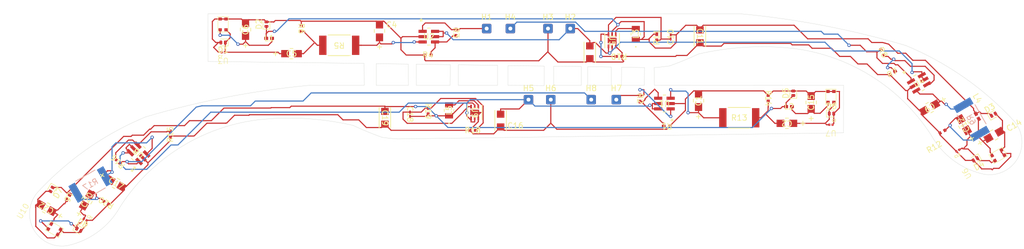
<source format=kicad_pcb>
(kicad_pcb (version 20240108) (generator "pcbnew") (generator_version "8.0")
  (layers (0 "F.Cu" signal) (31 "B.Cu" signal) (34 "B.Paste" user) (35 "F.Paste" user) (36 "B.SilkS" user "B.Silkscreen") (37 "F.SilkS" user "F.Silkscreen") (38 "B.Mask" user) (39 "F.Mask" user) (44 "Edge.Cuts" user))
  (net 0 "")
  (net 1 "Net-(D1-A2)")
  (net 2 "Net-(D2-A1)")
  (net 3 "Net-(U2-IN+)")
  (net 4 "Net-(C5-Pad2)")
  (net 5 "Net-(D1-A1)")
  (net 6 "Net-(U2-OUT)")
  (net 7 "Net-(U2-IN-)")
  (net 8 "Net-(U4-IN+)")
  (net 9 "Net-(U2-SD)")
  (net 10 "Net-(C12-Pad2)")
  (net 11 "Net-(D4-A1)")
  (net 12 "Net-(U6-2V)")
  (net 13 "Net-(U4-OUT)")
  (net 14 "Net-(U5-SW)")
  (net 15 "Net-(U1-IN+)")
  (net 16 "Net-(D5-A2)")
  (net 17 "Net-(D6-A1)")
  (net 18 "Net-(C2-Pad2)")
  (net 19 "Net-(U3-2V)")
  (net 20 "Net-(U7-2V)")
  (net 21 "Net-(U1-SD)")
  (net 22 "Net-(U8-IN+)")
  (net 23 "Net-(D5-A1)")
  (net 24 "Net-(D8-A1)")
  (net 25 "Net-(C20-Pad2)")
  (net 26 "Net-(U10-2V)")
  (net 27 "Net-(U1-OUT)")
  (net 28 "Net-(U8-OUT)")
  (net 29 "Net-(U9-SW)")
  (net 30 "Net-(U1-IN-)")
  (net 31 "Net-(U5-FB)")
  (net 32 "Net-(U9-FB)")
  (net 33 "Net-(U4-IN-)")
  (net 34 "Net-(U8-IN-)")
  (footprint "ARGlasses:RC0402N_PAN" (layer "F.Cu") (at 47.8591 96.8591 135)
    (property "Reference" "R16")
    (property "Value" "15kO")
  )
  (footprint "ARGlasses:IND_BLM15_0402_MUR" (layer "F.Cu") (at 202 88.75 -60)
    (property "Reference" "L4")
    (property "Value" "BLM15AG102SN1D")
  )
  (footprint "Connector_Wire:SolderWire-0.15sqmm_1x01_D0.5mm_OD1.5mm" (layer "F.Cu") (at 132.75 85.75)
    (property "Reference" "H8")
    (property "Value" "MountingHole_Pad")
  )
  (footprint "ARGlasses:IND_2012_TDK" (layer "F.Cu") (at 140.75 73.9778 90)
    (property "Reference" "L3")
    (property "Value" "22uH")
  )
  (footprint "Single Input Op Amp:DBV6" (layer "F.Cu") (at 191.5571 82.7361 30)
    (property "Reference" "U4")
    (property "Value" "OPA341NA/3K")
  )
  (footprint "ARGlasses:RC0402N_PAN" (layer "F.Cu") (at 111.5 91.25)
    (property "Reference" "R18")
    (property "Value" "240kO")
  )
  (footprint "ARGlasses:RC0402N_PAN" (layer "F.Cu") (at 144.5 74.5528 90)
    (property "Reference" "R11")
    (property "Value" "360kO")
  )
  (footprint "ARGlasses:CAPMP3.4X1.6_1.8N_KEM" (layer "F.Cu") (at 42.3249 103.7543 60)
    (property "Reference" "C20")
    (property "Value" "0.1uF")
  )
  (footprint "ARGlasses:CAPMP3.4X1.6_1.8N_KEM" (layer "F.Cu") (at 172.2 86.25 90)
    (property "Reference" "C15")
    (property "Value" "0.1uF")
  )
  (footprint "ARGlasses:CAPMP3.4X1.6_1.8N_KEM" (layer "F.Cu") (at 35.0043 105.1751 150)
    (property "Reference" "C22")
    (property "Value" "0.1uF")
  )
  (footprint "ARGlasses:CAPMP3.4X1.6_1.8N_KEM" (layer "F.Cu") (at 199.5749 90.2457 120)
    (property "Reference" "C12")
    (property "Value" "0.1uF")
  )
  (footprint "ARGlasses:CAPC0603X33N" (layer "F.Cu") (at 66.75 77.25 180)
    (property "Reference" "C7")
    (property "Value" "15pF")
  )
  (footprint "ARGlasses:RES_RN73R_1E_KOA" (layer "F.Cu") (at 45.75 104.25 150)
    (property "Reference" "R20")
    (property "Value" "17.8kO")
  )
  (footprint "ARGlasses:RES_RN73R_1E_KOA" (layer "F.Cu") (at 195.75 91.5 30)
    (property "Reference" "R12")
    (property "Value" "17.8kO")
  )
  (footprint "ARGlasses:CMM2718AT" (layer "F.Cu") (at 175.75 85.25 180)
    (property "Reference" "U7")
    (property "Value" "~")
  )
  (footprint "ARGlasses:RES_RMCF2512_STP" (layer "F.Cu") (at 159.3036 89)
    (property "Reference" "R13")
    (property "Value" "90.9 O")
  )
  (footprint "ARGlasses:RES_RMCF2512_STP" (layer "F.Cu") (at 87.5536 76 180)
    (property "Reference" "R5")
    (property "Value" "90.9 O")
  )
  (footprint "ARGlasses:CAPC0603X33N" (layer "F.Cu") (at 41.9934 107.25 -30)
    (property "Reference" "C21")
    (property "Value" "15pF")
  )
  (footprint "Diode_SMD:D_SOD-882D" (layer "F.Cu") (at 66.7275 75.5 180)
    (property "Reference" "D1")
    (property "Value" "D_TVS")
  )
  (footprint "Voltage Regulator:DRV6_1P6X1" (layer "F.Cu") (at 136.5 75.1437 -90)
    (property "Reference" "U5")
    (property "Value" "TPS62122DRVR")
  )
  (footprint "Diode_SMD:D_SOD-882D" (layer "F.Cu") (at 169 84.6 90)
    (property "Reference" "D5")
    (property "Value" "D_TVS")
  )
  (footprint "Diode_SMD:D_SOD-882D" (layer "F.Cu") (at 201.6536 96.45 -150)
    (property "Reference" "D4")
    (property "Value" "D_TVS")
  )
  (footprint "Connector_Wire:SolderWire-0.15sqmm_1x01_D0.5mm_OD1.5mm" (layer "F.Cu") (at 114 73)
    (property "Reference" "H1")
    (property "Value" "MountingHole_Pad")
  )
  (footprint "ARGlasses:CAPMP3.4X1.6_1.8N_KEM" (layer "F.Cu") (at 205.0043 92.0749 30)
    (property "Reference" "C14")
    (property "Value" "0.1uF")
  )
  (footprint "ARGlasses:TAJA_AVX" (layer "F.Cu") (at 132.5 77.25 -90)
    (property "Reference" "C8" (hide yes))
    (property "Value" "4.7uF")
  )
  (footprint "ARGlasses:CMM2718AT" (layer "F.Cu") (at 36.475 109 60)
    (property "Reference" "U10")
    (property "Value" "~")
  )
  (footprint "ARGlasses:CMM2718AT" (layer "F.Cu") (at 205.75 95.75 120)
    (property "Reference" "U6")
    (property "Value" "~")
  )
  (footprint "Connector_Wire:SolderWire-0.15sqmm_1x01_D0.5mm_OD1.5mm" (layer "F.Cu") (at 125 73)
    (property "Reference" "H3")
    (property "Value" "MountingHole_Pad")
  )
  (footprint "Connector_Wire:SolderWire-0.15sqmm_1x01_D0.5mm_OD1.5mm" (layer "F.Cu") (at 118.25 73)
    (property "Reference" "H4")
    (property "Value" "MountingHole_Pad")
  )
  (footprint "Single Input Op Amp:DBV6" (layer "F.Cu") (at 145.8824 86.45 180)
    (property "Reference" "U1")
    (property "Value" "OPA341NA/3K")
  )
  (footprint "ARGlasses:IND_BLM15_0402_MUR" (layer "F.Cu") (at 39 103.25 -120)
    (property "Reference" "L6")
    (property "Value" "BLM15AG102SN1D")
  )
  (footprint "Single Input Op Amp:DBV6" (layer "F.Cu") (at 51.538 95.3815 135)
    (property "Reference" "U8")
    (property "Value" "OPA341NA/3K")
  )
  (footprint "ARGlasses:TAJA_AVX" (layer "F.Cu") (at 116.5 89.5 -90)
    (property "Reference" "C16")
    (property "Value" "4.7uF")
  )
  (footprint "ARGlasses:RC0402N_PAN" (layer "F.Cu") (at 185.0213 77.2764 -60)
    (property "Reference" "R8")
    (property "Value" "15kO")
  )
  (footprint "Diode_SMD:D_SOD-882D" (layer "F.Cu") (at 204.9036 88.45 30)
    (property "Reference" "D3")
    (property "Value" "D_TVS")
  )
  (footprint "ARGlasses:IND_BLM15_0402_MUR" (layer "F.Cu") (at 168.2293 87)
    (property "Reference" "L2")
    (property "Value" "BLM15AG102SN1D")
  )
  (footprint "ARGlasses:CAPMP3.4X1.6_1.8N_KEM" (layer "F.Cu") (at 193.4564 87.1751 -150)
    (property "Reference" "C9")
    (property "Value" "0.1uF")
  )
  (footprint "ARGlasses:TAJA_AVX" (layer "F.Cu") (at 152.25 74.3932 -90)
    (property "Reference" "C11")
    (property "Value" "4.7uF")
  )
  (footprint "ARGlasses:IND_BLM15_0402_MUR" (layer "F.Cu") (at 74.9793 74.75)
    (property "Reference" "L1")
    (property "Value" "BLM15AG102SN1D")
  )
  (footprint "ARGlasses:G-033_MUR" (layer "F.Cu") (at 100.25 88.369 -90)
    (property "Reference" "C18")
    (property "Value" "22pF")
  )
  (footprint "Voltage Regulator:DRV6_1P6X1" (layer "F.Cu") (at 111.85 88.05 -90)
    (property "Reference" "U9")
    (property "Value" "TPS62122DRVR")
  )
  (footprint "ARGlasses:CAPMP3.4X1.6_1.8N_KEM" (layer "F.Cu") (at 79 77.5)
    (property "Reference" "C5")
    (property "Value" "0.1uF")
  )
  (footprint "ARGlasses:RC0402N_PAN" (layer "F.Cu") (at 141.5 85.5528 -90)
    (property "Reference" "R2")
    (property "Value" "15kO")
  )
  (footprint "ARGlasses:TAJA_AVX" (layer "F.Cu") (at 95.75 89 -90)
    (property "Reference" "C19")
    (property "Value" "4.7uF")
  )
  (footprint "ARGlasses:RC0402N_PAN" (layer "F.Cu") (at 186.7764 80.9787 30)
    (property "Reference" "R7")
    (property "Value" "10kO")
  )
  (footprint "ARGlasses:IND_2012_TDK" (layer "F.Cu") (at 107.25 87.6698 90)
    (property "Reference" "L5")
    (property "Value" "22uH")
  )
  (footprint "ARGlasses:CMM2718AT" (layer "F.Cu") (at 66.725 72.25 180)
    (property "Reference" "U3")
    (property "Value" "~")
  )
  (footprint "Connector_Wire:SolderWire-0.15sqmm_1x01_D0.5mm_OD1.5mm" (layer "F.Cu") (at 137.25 85.75)
    (property "Reference" "H7")
    (property "Value" "MountingHole_Pad")
  )
  (footprint "ARGlasses:RES_RN73R_1E_KOA" (layer "F.Cu") (at 164.5 85.5 -90)
    (property "Reference" "R14")
    (property "Value" "17.8kO")
  )
  (footprint "ARGlasses:CAPC0603X33N" (layer "F.Cu") (at 175.75 90.25)
    (property "Reference" "C3")
    (property "Value" "15pF")
  )
  (footprint "Single Input Op Amp:DBV6" (layer "F.Cu") (at 103.6324 74.45)
    (property "Reference" "U2")
    (property "Value" "OPA341NA/3K")
  )
  (footprint "ARGlasses:CAPMP3.4X1.6_1.8N_KEM" (layer "F.Cu") (at 47.5196 100.7696 -30)
    (property "Reference" "C17")
    (property "Value" "0.1uF")
  )
  (footprint "ARGlasses:RC0402N_PAN" (layer "F.Cu") (at 103.5 87.8028 -90)
    (property "Reference" "R19")
    (property "Value" "360kO")
  )
  (footprint "Connector_Wire:SolderWire-0.15sqmm_1x01_D0.5mm_OD1.5mm" (layer "F.Cu") (at 121.5 85.75)
    (property "Reference" "H5")
    (property "Value" "MountingHole_Pad")
  )
  (footprint "ARGlasses:CAPMP3.4X1.6_1.8N_KEM" (layer "F.Cu") (at 152 85.9277 90)
    (property "Reference" "C1")
    (property "Value" "0.1uF")
  )
  (footprint "Diode_SMD:D_SOD-882D" (layer "F.Cu") (at 175.85 88.25)
    (property "Reference" "D6")
    (property "Value" "D_TVS")
  )
  (footprint "ARGlasses:RC0402N_PAN" (layer "F.Cu") (at 108.5 73.75 -90)
    (property "Reference" "R3")
    (property "Value" "15kO")
  )
  (footprint "ARGlasses:G-033_MUR" (layer "F.Cu") (at 147 74.5 90)
    (property "Reference" "C10")
    (property "Value" "22pF")
  )
  (footprint "ARGlasses:RC0402N_PAN" (layer "F.Cu") (at 137.75 78 180)
    (property "Reference" "R10")
    (property "Value" "240kO")
  )
  (footprint "ARGlasses:CAPMP3.4X1.6_1.8N_KEM" (layer "F.Cu") (at 94.778 73.4277 90)
    (property "Reference" "C4")
    (property "Value" "0.1uF")
  )
  (footprint "ARGlasses:RC0402N_PAN" (layer "F.Cu") (at 57.25 92 90)
    (property "Reference" "R15")
    (property "Value" "10kO")
  )
  (footprint "Connector_Wire:SolderWire-0.15sqmm_1x01_D0.5mm_OD1.5mm" (layer "F.Cu") (at 129 73)
    (property "Reference" "H2")
    (property "Value" "MountingHole_Pad")
  )
  (footprint "Connector_Wire:SolderWire-0.15sqmm_1x01_D0.5mm_OD1.5mm" (layer "F.Cu") (at 125.5 85.75)
    (property "Reference" "H6")
    (property "Value" "MountingHole_Pad")
  )
  (footprint "ARGlasses:CAPC0603X33N" (layer "F.Cu") (at 198.5066 94.8905 -150)
    (property "Reference" "C13")
    (property "Value" "15pF")
  )
  (footprint "ARGlasses:CAPMP3.4X1.6_1.8N_KEM" (layer "F.Cu") (at 167.8503 90 180)
    (property "Reference" "C2")
    (property "Value" "0.1uF")
  )
  (footprint "ARGlasses:RES_RN73R_1E_KOA" (layer "F.Cu") (at 80.7547 73 -90)
    (property "Reference" "R6")
    (property "Value" "17.8kO")
  )
  (footprint "Diode_SMD:D_SOD-882D" (layer "F.Cu") (at 74.5 72.205 90)
    (property "Reference" "D2")
    (property "Value" "D_TVS")
  )
  (footprint "Diode_SMD:D_SOD-882D" (layer "F.Cu") (at 40.8487 109.0964 -30)
    (property "Reference" "D8")
    (property "Value" "D_TVS")
  )
  (footprint "Diode_SMD:D_SOD-882D" (layer "F.Cu") (at 35.95 101.8464 -120)
    (property "Reference" "D7")
    (property "Value" "D_TVS")
  )
  (footprint "ARGlasses:CAPMP3.4X1.6_1.8N_KEM" (layer "F.Cu") (at 70.75 73.1777 90)
    (property "Reference" "C6")
    (property "Value" "0.1uF")
  )
  (footprint "ARGlasses:RC0402N_PAN" (layer "F.Cu") (at 103.4472 77.75)
    (property "Reference" "R4")
    (property "Value" "10kO")
  )
  (footprint "ARGlasses:RC0402N_PAN" (layer "F.Cu") (at 146.3028 90.5 180)
    (property "Reference" "R1")
    (property "Value" "10kO")
  )
  (footprint "ARGlasses:RES_RMCF2512_STP" (layer "B.Cu") (at 42.9483 100.9732 -150)
    (property "Reference" "R17")
    (property "Value" "90.9 O")
  )
  (footprint "ARGlasses:RES_RMCF2512_STP" (layer "B.Cu") (at 200.9732 89.3017 -60)
    (property "Reference" "R9")
    (property "Value" "90.9 O")
  )
  (gr_line (start 112.5 88.825) (end 112.5 88.45) (stroke (width 0.2)) (layer "F.Cu") (net 16))
  (gr_line (start 137.15 75.875) (end 137.15 75.575) (stroke (width 0.2)) (layer "F.Cu") (net 1))
  (gr_line (start 99.975 83.175) (end 94.175 83.175) (stroke (width 0.05)) (layer "Edge.Cuts"))
  (gr_line (start 94.175 79.3) (end 99.925 79.375) (stroke (width 0.05)) (layer "Edge.Cuts"))
  (gr_line (start 132.15 79.825) (end 132.15 83.175) (stroke (width 0.05)) (layer "Edge.Cuts"))
  (gr_line (start 101.4 83.175) (end 107.425 83.175) (stroke (width 0.05)) (layer "Edge.Cuts"))
  (gr_line (start 108.925 83.175) (end 115.95 83.175) (stroke (width 0.05)) (layer "Edge.Cuts"))
  (gr_line (start 107.475 79.475) (end 101.375 79.4) (stroke (width 0.05)) (layer "Edge.Cuts"))
  (gr_arc (start 33.521141 102.296002) (mid 42.452596 94.526642) (end 52.8379 88.845154) (stroke (width 0.05)) (layer "Edge.Cuts"))
  (gr_arc (start 189.183398 76.04343) (mid 199.568698 81.724921) (end 208.500157 89.494278) (stroke (width 0.05)) (layer "Edge.Cuts"))
  (gr_line (start 97.998701 92.798275) (end 178.001298 91.701724) (stroke (width 0.05)) (layer "Edge.Cuts"))
  (gr_line (start 136.325 83.175) (end 136.35 79.9) (stroke (width 0.05)) (layer "Edge.Cuts"))
  (gr_line (start 64.02 78.9) (end 64.013426 70.360946) (stroke (width 0.05)) (layer "Edge.Cuts"))
  (gr_line (start 108.925 83.175) (end 108.925 79.5) (stroke (width 0.05)) (layer "Edge.Cuts"))
  (gr_line (start 130.95 79.8) (end 130.95 83.175) (stroke (width 0.05)) (layer "Edge.Cuts"))
  (gr_line (start 64.013426 70.360946) (end 159.769626 70.373994) (stroke (width 0.05)) (layer "Edge.Cuts"))
  (gr_line (start 126.025 79.75) (end 126.05 83.175) (stroke (width 0.05)) (layer "Edge.Cuts"))
  (gr_line (start 130.95 79.8) (end 126.025 79.75) (stroke (width 0.05)) (layer "Edge.Cuts"))
  (gr_arc (start 95.219467 92.501023) (mid 92.609625 91.498255) (end 90.049799 90.373928) (stroke (width 0.05)) (layer "Edge.Cuts"))
  (gr_line (start 138.175 83.175) (end 138.2 79.925) (stroke (width 0.05)) (layer "Edge.Cuts"))
  (gr_arc (start 146.801831 79.699299) (mid 145.415186 79.875715) (end 144.022597 79.996551) (stroke (width 0.05)) (layer "Edge.Cuts"))
  (gr_arc (start 72.930666 89.375019) (mid 81.53242 89.151468) (end 90.049799 90.373928) (stroke (width 0.05)) (layer "Edge.Cuts"))
  (gr_arc (start 48.256844 104.973978) (mid 58.863637 94.437866) (end 72.930666 89.375019) (stroke (width 0.05)) (layer "Edge.Cuts"))
  (gr_arc (start 38.741438 111.939575) (mid 32.710335 108.969633) (end 33.521141 102.296002) (stroke (width 0.05)) (layer "Edge.Cuts"))
  (gr_arc (start 48.256844 104.973978) (mid 44.250485 109.483156) (end 38.741438 111.939575) (stroke (width 0.05)) (layer "Edge.Cuts"))
  (gr_line (start 124.3 79.725) (end 124.3 83.225) (stroke (width 0.05)) (layer "Edge.Cuts"))
  (gr_line (start 124.3 83.225) (end 117.825 83.175) (stroke (width 0.05)) (layer "Edge.Cuts"))
  (gr_arc (start 52.8379 88.845154) (mid 67.407312 85.297205) (end 82.251672 83.175718) (stroke (width 0.05)) (layer "Edge.Cuts"))
  (gr_line (start 117.825 83.175) (end 117.825 79.65) (stroke (width 0.05)) (layer "Edge.Cuts"))
  (gr_line (start 138.2 79.925) (end 142.3125 80) (stroke (width 0.05)) (layer "Edge.Cuts"))
  (gr_line (start 108.925 79.5) (end 115.95 79.6) (stroke (width 0.05)) (layer "Edge.Cuts"))
  (gr_line (start 92.025 83.175) (end 82.251672 83.175718) (stroke (width 0.05)) (layer "Edge.Cuts"))
  (gr_line (start 64.02 78.9) (end 92 79.25) (stroke (width 0.05)) (layer "Edge.Cuts"))
  (gr_arc (start 151.971499 77.572204) (mid 160.488879 76.349748) (end 169.090632 76.573295) (stroke (width 0.05)) (layer "Edge.Cuts"))
  (gr_line (start 130.95 83.175) (end 126.05 83.175) (stroke (width 0.05)) (layer "Edge.Cuts"))
  (gr_line (start 132.15 83.175) (end 136.325 83.175) (stroke (width 0.05)) (layer "Edge.Cuts"))
  (gr_arc (start 97.998701 92.798275) (mid 96.606112 92.67744) (end 95.219467 92.501023) (stroke (width 0.05)) (layer "Edge.Cuts"))
  (gr_arc (start 169.090632 76.573295) (mid 183.157658 81.63614) (end 193.764454 92.172254) (stroke (width 0.05)) (layer "Edge.Cuts"))
  (gr_line (start 117.825 79.65) (end 124.3 79.725) (stroke (width 0.05)) (layer "Edge.Cuts"))
  (gr_line (start 144.1 83.175) (end 144.022597 79.996551) (stroke (width 0.05)) (layer "Edge.Cuts"))
  (gr_line (start 94.175 83.175) (end 94.175 79.3) (stroke (width 0.05)) (layer "Edge.Cuts"))
  (gr_arc (start 208.500157 89.494278) (mid 209.310974 96.167915) (end 203.27986 99.137851) (stroke (width 0.05)) (layer "Edge.Cuts"))
  (gr_arc (start 203.27986 99.137851) (mid 197.770796 96.681449) (end 193.764454 92.172254) (stroke (width 0.05)) (layer "Edge.Cuts"))
  (gr_line (start 142.2875 83.175) (end 138.175 83.175) (stroke (width 0.05)) (layer "Edge.Cuts"))
  (gr_line (start 136.35 79.9) (end 132.15 79.825) (stroke (width 0.05)) (layer "Edge.Cuts"))
  (gr_arc (start 159.769626 70.373994) (mid 174.613986 72.495477) (end 189.183398 76.04343) (stroke (width 0.05)) (layer "Edge.Cuts"))
  (gr_line (start 101.375 79.4) (end 101.4 83.175) (stroke (width 0.05)) (layer "Edge.Cuts"))
  (gr_line (start 107.425 83.175) (end 107.475 79.475) (stroke (width 0.05)) (layer "Edge.Cuts"))
  (gr_line (start 99.925 79.375) (end 99.975 83.175) (stroke (width 0.05)) (layer "Edge.Cuts"))
  (gr_line (start 115.95 79.6) (end 115.95 83.175) (stroke (width 0.05)) (layer "Edge.Cuts"))
  (gr_line (start 142.3125 80) (end 142.2875 83.175) (stroke (width 0.05)) (layer "Edge.Cuts"))
  (gr_line (start 178.001298 91.701724) (end 178.007872 83.16267) (stroke (width 0.05)) (layer "Edge.Cuts"))
  (gr_line (start 178.007872 83.16267) (end 144.1 83.175) (stroke (width 0.05)) (layer "Edge.Cuts"))
  (gr_line (start 92 79.25) (end 92.025 83.175) (stroke (width 0.05)) (layer "Edge.Cuts"))
  (gr_arc (start 151.971499 77.572204) (mid 149.411673 78.69653) (end 146.801831 79.699299) (stroke (width 0.05)) (layer "Edge.Cuts"))
  (segment (start 189.5 84.1197) (end 189.5 85.575) (width 0.2) (layer "F.Cu") (net 1))
  (segment (start 206.323 94.8128) (end 206.907 94.2289) (width 0.2) (layer "F.Cu") (net 1))
  (segment (start 138.303 78) (end 138.303 77.3465) (width 0.2) (layer "F.Cu") (net 1))
  (segment (start 180.6 79.35) (end 182.225 79.35) (width 0.2) (layer "F.Cu") (net 1))
  (segment (start 204.925 98.075) (end 205.9 98.075) (width 0.2) (layer "F.Cu") (net 1))
  (segment (start 204.525 98.175) (end 204.675 98.325) (width 0.2) (layer "F.Cu") (net 1))
  (segment (start 204.675 98.325) (end 204.925 98.075) (width 0.2) (layer "F.Cu") (net 1))
  (segment (start 206.848 95.7222) (end 206.323 95.1972) (width 0.2) (layer "F.Cu") (net 1))
  (segment (start 189.5 85.575) (end 191.675 87.75) (width 0.2) (layer "F.Cu") (net 1))
  (segment (start 98.9099 74.45) (end 98.625 74.7349) (width 0.2) (layer "F.Cu") (net 1))
  (segment (start 76.1 71.55) (end 75.8 71.85) (width 0.2) (layer "F.Cu") (net 1))
  (segment (start 195.321 91.7476) (end 195.321 92.095) (width 0.2) (layer "F.Cu") (net 1))
  (segment (start 102.8944 77.75) (end 102.894 77.75) (width 0.2) (layer "F.Cu") (net 1))
  (segment (start 175.862 76.5368) (end 177.325 78) (width 0.2) (layer "F.Cu") (net 1))
  (segment (start 103.0562 78.775) (end 102.894 78.6128) (width 0.2) (layer "F.Cu") (net 1))
  (segment (start 65.41375 75.5) (end 66.3275 75.5) (width 0.2) (layer "F.Cu") (net 1))
  (segment (start 191.946 88.3729) (end 195.321 91.7476) (width 0.2) (layer "F.Cu") (net 1))
  (segment (start 206.907 94.2289) (end 206.907 91.5958) (width 0.2) (layer "F.Cu") (net 1))
  (segment (start 80.55 71.55) (end 76.1 71.55) (width 0.2) (layer "F.Cu") (net 1))
  (segment (start 179.25 78) (end 180.6 79.35) (width 0.2) (layer "F.Cu") (net 1))
  (segment (start 206 91.5001) (end 206 91.5) (width 0.2) (layer "F.Cu") (net 1))
  (segment (start 168.8 75.925) (end 171.763 75.925) (width 0.2) (layer "F.Cu") (net 1))
  (segment (start 64.8 71.725) (end 64.8 74.88625) (width 0.2) (layer "F.Cu") (net 1))
  (segment (start 80.7547 71.7547) (end 80.55 71.55) (width 0.2) (layer "F.Cu") (net 1))
  (segment (start 102.515 74.45) (end 102.5148 74.45) (width 0.2) (layer "F.Cu") (net 1))
  (segment (start 198.2593 95.0333) (end 198.259 95.0333) (width 0.2) (layer "F.Cu") (net 1))
  (segment (start 148.05 77.825) (end 149.923 77.825) (width 0.2) (layer "F.Cu") (net 1))
  (segment (start 191.675 87.75) (end 192.461 87.75) (width 0.2) (layer "F.Cu") (net 1))
  (segment (start 184.13 81.2551) (end 186.298 81.2551) (width 0.2) (layer "F.Cu") (net 1))
  (segment (start 152.212 75.5364) (end 152.25 75.5364) (width 0.2) (layer "F.Cu") (net 1))
  (segment (start 186.298 81.2551) (end 189.1626 84.1197) (width 0.2) (layer "F.Cu") (net 1))
  (segment (start 147.875 78) (end 148.05 77.825) (width 0.2) (layer "F.Cu") (net 1))
  (segment (start 137.2036 75.542) (end 137.15 75.542) (width 0.2) (layer "F.Cu") (net 1))
  (segment (start 206.907 91.5958) (end 206.811 91.5) (width 0.2) (layer "F.Cu") (net 1))
  (segment (start 138.575 78.85) (end 138.303 78.5778) (width 0.2) (layer "F.Cu") (net 1))
  (segment (start 199.876 96.65) (end 201.307 96.65) (width 0.2) (layer "F.Cu") (net 1))
  (segment (start 198.259 95.0333) (end 198.259 95.0332) (width 0.2) (layer "F.Cu") (net 1))
  (segment (start 190.589 83.2949) (end 190.3248 83.2949) (width 0.2) (layer "F.Cu") (net 1))
  (segment (start 206.811 91.5) (end 206 91.5) (width 0.2) (layer "F.Cu") (net 1))
  (segment (start 149.923 77.825) (end 152.212 75.5364) (width 0.2) (layer "F.Cu") (net 1))
  (segment (start 125 77.225) (end 126.776 79.001) (width 0.2) (layer "F.Cu") (net 1))
  (segment (start 201.307 96.65) (end 202.75 98.0928) (width 0.2) (layer "F.Cu") (net 1))
  (segment (start 70.007 71.285) (end 67.25 71.285) (width 0.2) (layer "F.Cu") (net 1))
  (segment (start 102.894 77.75) (end 99.575 77.75) (width 0.2) (layer "F.Cu") (net 1))
  (segment (start 177.325 78) (end 179.25 78) (width 0.2) (layer "F.Cu") (net 1))
  (segment (start 152.858 76.1442) (end 156.081 76.1442) (width 0.2) (layer "F.Cu") (net 1))
  (segment (start 94.1785 71.6785) (end 80.8309 71.6785) (width 0.2) (layer "F.Cu") (net 1))
  (segment (start 138.303 77.3465) (end 137.15 76.1937) (width 0.2) (layer "F.Cu") (net 1))
  (segment (start 95.5686 71.6785) (end 95.3775 71.6785) (width 0.2) (layer "F.Cu") (net 1))
  (segment (start 74.5 71.805) (end 74.1235 71.4285) (width 0.2) (layer "F.Cu") (net 1))
  (segment (start 125 77.125) (end 125 77.225) (width 0.2) (layer "F.Cu") (net 1))
  (segment (start 189.1626 84.1197) (end 189.5 84.1197) (width 0.2) (layer "F.Cu") (net 1))
  (segment (start 133.108 79.001) (end 138.424 79.001) (width 0.2) (layer "F.Cu") (net 1))
  (segment (start 65.9 77.25) (end 66.4645 77.25) (width 0.2) (layer "F.Cu") (net 1))
  (segment (start 138.424 79.001) (end 138.575 78.85) (width 0.2) (layer "F.Cu") (net 1))
  (segment (start 70.75 72.028) (end 70.007 71.285) (width 0.2) (layer "F.Cu") (net 1))
  (segment (start 182.225 79.35) (end 184.13 81.2551) (width 0.2) (layer "F.Cu") (net 1))
  (segment (start 190.3248 83.2949) (end 189.5 84.1197) (width 0.2) (layer "F.Cu") (net 1))
  (segment (start 208 95.4) (end 207.1702 95.4) (width 0.2) (layer "F.Cu") (net 1))
  (segment (start 98.625 74.7349) (end 95.5686 71.6785) (width 0.2) (layer "F.Cu") (net 1))
  (segment (start 206.514 89.5144) (end 205.25 88.25) (width 0.2) (layer "F.Cu") (net 1))
  (segment (start 95.3775 71.6785) (end 94.778 72.278) (width 0.2) (layer "F.Cu") (net 1))
  (segment (start 205.9 98.075) (end 208 95.975) (width 0.2) (layer "F.Cu") (net 1))
  (segment (start 65.24 71.285) (end 64.8 71.725) (width 0.2) (layer "F.Cu") (net 1))
  (segment (start 138.303 78) (end 147.875 78) (width 0.2) (layer "F.Cu") (net 1))
  (segment (start 75.8 71.85) (end 75.755 71.805) (width 0.2) (layer "F.Cu") (net 1))
  (segment (start 66.3275 75.5) (end 65.9 75.5) (width 0.2) (layer "F.Cu") (net 1))
  (segment (start 138.3028 78) (end 138.303 78) (width 0.2) (layer "F.Cu") (net 1))
  (segment (start 206.3232 94.8128) (end 206.323 94.8128) (width 0.2) (layer "F.Cu") (net 1))
  (segment (start 94.778 72.278) (end 94.1785 71.6785) (width 0.2) (layer "F.Cu") (net 1))
  (segment (start 171.763 75.925) (end 172.374 76.5368) (width 0.2) (layer "F.Cu") (net 1))
  (segment (start 152.25 75.5364) (end 152.858 76.1442) (width 0.2) (layer "F.Cu") (net 1))
  (segment (start 125 73) (end 125 77.125) (width 0.2) (layer "F.Cu") (net 1))
  (segment (start 206 91.5) (end 206.514 90.9856) (width 0.2) (layer "F.Cu") (net 1))
  (segment (start 65.025 76.375) (end 65.9 77.25) (width 0.2) (layer "F.Cu") (net 1))
  (segment (start 74.1235 71.4285) (end 71.3495 71.4285) (width 0.2) (layer "F.Cu") (net 1))
  (segment (start 168.534 75.659) (end 168.8 75.925) (width 0.2) (layer "F.Cu") (net 1))
  (segment (start 198.259 95.0332) (end 199.876 96.65) (width 0.2) (layer "F.Cu") (net 1))
  (segment (start 102.5148 74.45) (end 98.9099 74.45) (width 0.2) (layer "F.Cu") (net 1))
  (segment (start 80.8309 71.6785) (end 80.7547 71.7547) (width 0.2) (layer "F.Cu") (net 1))
  (segment (start 98.625 76.8) (end 98.625 74.7349) (width 0.2) (layer "F.Cu") (net 1))
  (segment (start 190.5892 83.2949) (end 190.589 83.2949) (width 0.2) (layer "F.Cu") (net 1))
  (segment (start 156.566 75.659) (end 168.534 75.659) (width 0.2) (layer "F.Cu") (net 1))
  (segment (start 202.75 98.175) (end 204.525 98.175) (width 0.2) (layer "F.Cu") (net 1))
  (segment (start 64.8 74.88625) (end 65.41375 75.5) (width 0.2) (layer "F.Cu") (net 1))
  (segment (start 137.15 76.1937) (end 137.15 75.542) (width 0.2) (layer "F.Cu") (net 1))
  (segment (start 156.081 76.1442) (end 156.566 75.659) (width 0.2) (layer "F.Cu") (net 1))
  (segment (start 75.755 71.805) (end 74.5 71.805) (width 0.2) (layer "F.Cu") (net 1))
  (segment (start 138.303 78.5778) (end 138.303 78) (width 0.2) (layer "F.Cu") (net 1))
  (segment (start 208 95.975) (end 208 95.4) (width 0.2) (layer "F.Cu") (net 1))
  (segment (start 132.5 78.3932) (end 133.108 79.001) (width 0.2) (layer "F.Cu") (net 1))
  (segment (start 65.9 75.5) (end 65.025 76.375) (width 0.2) (layer "F.Cu") (net 1))
  (segment (start 125 77.125) (end 123.35 78.775) (width 0.2) (layer "F.Cu") (net 1))
  (segment (start 207.1702 95.4) (end 206.848 95.7222) (width 0.2) (layer "F.Cu") (net 1))
  (segment (start 102.894 78.6128) (end 102.894 77.75) (width 0.2) (layer "F.Cu") (net 1))
  (segment (start 172.374 76.5368) (end 175.862 76.5368) (width 0.2) (layer "F.Cu") (net 1))
  (segment (start 206.323 95.1972) (end 206.323 94.8128) (width 0.2) (layer "F.Cu") (net 1))
  (segment (start 202.75 98.0928) (end 202.75 98.175) (width 0.2) (layer "F.Cu") (net 1))
  (segment (start 192.461 87.75) (end 191.946 88.2644) (width 0.2) (layer "F.Cu") (net 1))
  (segment (start 71.3495 71.4285) (end 70.75 72.028) (width 0.2) (layer "F.Cu") (net 1))
  (segment (start 99.575 77.75) (end 98.625 76.8) (width 0.2) (layer "F.Cu") (net 1))
  (segment (start 80.7547 72.5047) (end 80.7547 71.7547) (width 0.2) (layer "F.Cu") (net 1))
  (segment (start 126.776 79.001) (end 131.892 79.001) (width 0.2) (layer "F.Cu") (net 1))
  (segment (start 201.3072 96.65) (end 201.307 96.65) (width 0.2) (layer "F.Cu") (net 1))
  (segment (start 206.514 90.9856) (end 206.514 89.5144) (width 0.2) (layer "F.Cu") (net 1))
  (segment (start 123.35 78.775) (end 103.0562 78.775) (width 0.2) (layer "F.Cu") (net 1))
  (segment (start 131.892 79.001) (end 132.5 78.3932) (width 0.2) (layer "F.Cu") (net 1))
  (segment (start 67.25 71.285) (end 66.2 71.285) (width 0.2) (layer "F.Cu") (net 1))
  (segment (start 191.946 88.2644) (end 191.946 88.3729) (width 0.2) (layer "F.Cu") (net 1))
  (segment (start 66.2 71.285) (end 65.24 71.285) (width 0.2) (layer "F.Cu") (net 1))
  (segment (start 195.321 92.095) (end 198.259 95.0332) (width 0.2) (layer "F.Cu") (net 1))
  (segment (start 204.5572 88.65) (end 204.1422 88.235) (width 0.2) (layer "F.Cu") (net 2))
  (segment (start 152.25 73.0054) (end 151.6588 72.4142) (width 0.2) (layer "F.Cu") (net 2))
  (segment (start 171.5658 74.8329) (end 169.1386 72.4057) (width 0.2) (layer "F.Cu") (net 2))
  (segment (start 142.25 71.75) (end 142.25 74.4823) (width 0.2) (layer "F.Cu") (net 2))
  (segment (start 143.1554 74.7929) (end 143.9483 74) (width 0.2) (layer "F.Cu") (net 2))
  (segment (start 182.412744 74.8329) (end 171.5658 74.8329) (width 0.2) (layer "F.Cu") (net 2))
  (segment (start 147 76.5) (end 144.25 76.5) (width 0.2) (layer "F.Cu") (net 2))
  (segment (start 141.7767 74.9556) (end 142.9927 74.9556) (width 0.2) (layer "F.Cu") (net 2))
  (segment (start 169.1386 72.4057) (end 152.8497 72.4057) (width 0.2) (layer "F.Cu") (net 2))
  (segment (start 148 75.5) (end 147 76.5) (width 0.2) (layer "F.Cu") (net 2))
  (segment (start 185.41769 75.606069) (end 185.010828 75.5) (width 0.2) (layer "F.Cu") (net 2))
  (segment (start 202.3954 87.9204) (end 201.7396 88.2991) (width 0.2) (layer "F.Cu") (net 2))
  (segment (start 142.9927 74.9556) (end 143.1554 74.7929) (width 0.2) (layer "F.Cu") (net 2))
  (segment (start 74.4586 73.9016) (end 74.5 73.8602) (width 0.2) (layer "F.Cu") (net 2))
  (segment (start 202.71 88.235) (end 202.3954 87.9204) (width 0.2) (layer "F.Cu") (net 2))
  (segment (start 137.5484 72.3084) (end 137.5484 72.3936) (width 0.2) (layer "F.Cu") (net 2))
  (segment (start 152.8497 72.4057) (end 152.25 73.0054) (width 0.2) (layer "F.Cu") (net 2))
  (segment (start 138.1068 71.75) (end 142.25 71.75) (width 0.2) (layer "F.Cu") (net 2))
  (segment (start 74.5 73.8602) (end 74.8602 73.5) (width 0.2) (layer "F.Cu") (net 2))
  (segment (start 186.10372 75.796803) (end 185.41769 75.606069) (width 0.2) (layer "F.Cu") (net 2))
  (segment (start 136.5 74.0937) (end 136.5 73.442) (width 0.2) (layer "F.Cu") (net 2))
  (segment (start 147.4541 74.119) (end 148 74.119) (width 0.2) (layer "F.Cu") (net 2))
  (segment (start 152.25 73.25) (end 152.25 73.0054) (width 0.2) (layer "F.Cu") (net 2))
  (segment (start 137.5484 72.3084) (end 138.1068 71.75) (width 0.2) (layer "F.Cu") (net 2))
  (segment (start 183.079844 75.5) (end 182.412744 74.8329) (width 0.2) (layer "F.Cu") (net 2))
  (segment (start 185.010828 75.5) (end 183.079844 75.5) (width 0.2) (layer "F.Cu") (net 2))
  (segment (start 204.1422 88.235) (end 202.71 88.235) (width 0.2) (layer "F.Cu") (net 2))
  (segment (start 143.1554 75.4054) (end 143.1554 74.7929) (width 0.2) (layer "F.Cu") (net 2))
  (segment (start 201.3331 87.595) (end 201.3331 87.3331) (width 0.2) (layer "F.Cu") (net 2))
  (segment (start 148 74.119) (end 148 75.5) (width 0.2) (layer "F.Cu") (net 2))
  (segment (start 74.5 73.8602) (end 74.5 72.605) (width 0.2) (layer "F.Cu") (net 2))
  (segment (start 190.4361 78.6966) (end 189.165512 77.426012) (width 0.2) (layer "F.Cu") (net 2))
  (segment (start 201.3331 87.3331) (end 192.6966 78.6966) (width 0.2) (layer "F.Cu") (net 2))
  (segment (start 140.75 74.9556) (end 141.7767 74.9556) (width 0.2) (layer "F.Cu") (net 2))
  (segment (start 201.7396 88.2991) (end 201.3331 87.595) (width 0.2) (layer "F.Cu") (net 2))
  (segment (start 144.25 76.5) (end 143.1554 75.4054) (width 0.2) (layer "F.Cu") (net 2))
  (segment (start 151.6588 72.4142) (end 149.7048 72.4142) (width 0.2) (layer "F.Cu") (net 2))
  (segment (start 192.6966 78.6966) (end 190.4361 78.6966) (width 0.2) (layer "F.Cu") (net 2))
  (segment (start 189.165512 77.426012) (end 187.732929 77.426012) (width 0.2) (layer "F.Cu") (net 2))
  (segment (start 149.7048 72.4142) (end 148 74.119) (width 0.2) (layer "F.Cu") (net 2))
  (segment (start 187.732929 77.426012) (end 186.10372 75.796803) (width 0.2) (layer "F.Cu") (net 2))
  (segment (start 74.8602 73.5) (end 75.9309 73.5) (width 0.2) (layer "F.Cu") (net 2))
  (segment (start 147 74.119) (end 147.4541 74.119) (width 0.2) (layer "F.Cu") (net 2))
  (segment (start 144.5 74) (end 143.9483 74) (width 0.2) (layer "F.Cu") (net 2))
  (segment (start 137.5484 72.3936) (end 136.5 73.442) (width 0.2) (layer "F.Cu") (net 2))
  (segment (start 142.25 74.4823) (end 141.7767 74.9556) (width 0.2) (layer "F.Cu") (net 2))
  (segment (start 74.4586 74.75) (end 74.4586 73.9016) (width 0.2) (layer "F.Cu") (net 2))
  (via (at 137.5484 72.3084) (size 0.6) (drill 0.3) (layers "F.Cu" "B.Cu") (net 2))
  (via (at 75.9309 73.5) (size 0.6) (drill 0.3) (layers "F.Cu" "B.Cu") (net 2))
  (segment (start 78.5411 71.25) (end 136.49 71.25) (width 0.2) (layer "B.Cu") (net 2))
  (segment (start 76.2911 73.5) (end 78.5411 71.25) (width 0.2) (layer "B.Cu") (net 2))
  (segment (start 136.49 71.25) (end 137.5484 72.3084) (width 0.2) (layer "B.Cu") (net 2))
  (segment (start 75.9309 73.5) (end 76.2911 73.5) (width 0.2) (layer "B.Cu") (net 2))
  (segment (start 94.778 75.5077) (end 94.2857 76) (width 0.2) (layer "F.Cu") (net 3))
  (segment (start 94.2857 76) (end 91.4621 76) (width 0.2) (layer "F.Cu") (net 3))
  (segment (start 94.778 74.5774) (end 94.778 75.5077) (width 0.2) (layer "F.Cu") (net 3))
  (segment (start 95.0203 75.75) (end 97.0077 75.75) (width 0.2) (layer "F.Cu") (net 3))
  (segment (start 94.778 75.5077) (end 95.0203 75.75) (width 0.2) (layer "F.Cu") (net 3))
  (segment (start 90.5 76) (end 91.4621 76) (width 0.2) (layer "F.Cu") (net 3))
  (segment (start 97.0077 75.75) (end 97.25 75.5077) (width 0.2) (layer "F.Cu") (net 3))
  (segment (start 102.5148 75.4) (end 101.0054 75.4) (width 0.2) (layer "F.Cu") (net 3))
  (via (at 97.25 75.5077) (size 0.6) (drill 0.3) (layers "F.Cu" "B.Cu") (net 3))
  (via (at 101.0054 75.4) (size 0.6) (drill 0.3) (layers "F.Cu" "B.Cu") (net 3))
  (segment (start 100.8977 75.5077) (end 101.0054 75.4) (width 0.2) (layer "B.Cu") (net 3))
  (segment (start 97.25 75.5077) (end 100.8977 75.5077) (width 0.2) (layer "B.Cu") (net 3))
  (segment (start 81.3358 73.4953) (end 81.3358 73.6907) (width 0.2) (layer "F.Cu") (net 4))
  (segment (start 80.7547 73.4953) (end 81.3358 73.4953) (width 0.2) (layer "F.Cu") (net 4))
  (segment (start 84.6072 76) (end 83.6451 76) (width 0.2) (layer "F.Cu") (net 4))
  (segment (start 80.1497 77.5) (end 81.1541 77.5) (width 0.2) (layer "F.Cu") (net 4))
  (segment (start 81.3358 73.6907) (end 83.1496 75.5045) (width 0.2) (layer "F.Cu") (net 4))
  (segment (start 83.1496 75.5045) (end 83.6451 76) (width 0.2) (layer "F.Cu") (net 4))
  (segment (start 81.1541 77.5) (end 83.1496 75.5045) (width 0.2) (layer "F.Cu") (net 4))
  (segment (start 76.8459 77.5) (end 76.5959 77.25) (width 0.2) (layer "F.Cu") (net 5))
  (segment (start 76.5959 77.25) (end 67.1275 77.25) (width 0.2) (layer "F.Cu") (net 5))
  (segment (start 67.1275 77.25) (end 67.1275 75.5) (width 0.2) (layer "F.Cu") (net 5))
  (segment (start 67.1275 77.25) (end 67.0355 77.25) (width 0.2) (layer "F.Cu") (net 5))
  (segment (start 68 73.965) (end 68 74.6275) (width 0.2) (layer "F.Cu") (net 5))
  (segment (start 68 74.6275) (end 67.1275 75.5) (width 0.2) (layer "F.Cu") (net 5))
  (segment (start 67.25 73.215) (end 68 73.965) (width 0.2) (layer "F.Cu") (net 5))
  (segment (start 77.8503 77.5) (end 76.8459 77.5) (width 0.2) (layer "F.Cu") (net 5))
  (segment (start 109.2489 73) (end 114 73) (width 0.2) (layer "F.Cu") (net 6))
  (segment (start 102.5 73.4852) (end 102.5 72.5) (width 0.2) (layer "F.Cu") (net 6))
  (segment (start 106.5 72) (end 107.6972 73.1972) (width 0.2) (layer "F.Cu") (net 6))
  (segment (start 109.0517 73.1972) (end 109.2489 73) (width 0.2) (layer "F.Cu") (net 6))
  (segment (start 107.6972 73.1972) (end 109.0517 73.1972) (width 0.2) (layer "F.Cu") (net 6))
  (segment (start 102.5148 73.5) (end 102.5 73.4852) (width 0.2) (layer "F.Cu") (net 6))
  (segment (start 103 72) (end 106.5 72) (width 0.2) (layer "F.Cu") (net 6))
  (segment (start 102.5 72.5) (end 103 72) (width 0.2) (layer "F.Cu") (net 6))
  (segment (start 106.8511 75.4) (end 104.75 75.4) (width 0.2) (layer "F.Cu") (net 7))
  (segment (start 104 77.1983) (end 104 77.75) (width 0.2) (layer "F.Cu") (net 7))
  (segment (start 107.9483 74.3028) (end 106.8511 75.4) (width 0.2) (layer "F.Cu") (net 7))
  (segment (start 104.75 75.4) (end 104.75 76.4483) (width 0.2) (layer "F.Cu") (net 7))
  (segment (start 104.75 76.4483) (end 104 77.1983) (width 0.2) (layer "F.Cu") (net 7))
  (segment (start 108.5 74.3028) (end 107.9483 74.3028) (width 0.2) (layer "F.Cu") (net 7))
  (segment (start 194.4521 86.6002) (end 195.3454 86.0844) (width 0.2) (layer "F.Cu") (net 8))
  (segment (start 195.3454 86.0844) (end 195.5427 85.9705) (width 0.2) (layer "F.Cu") (net 8))
  (segment (start 191.6966 84.75) (end 194.011 84.75) (width 0.2) (layer "F.Cu") (net 8))
  (segment (start 194.011 84.75) (end 195.3454 86.0844) (width 0.2) (layer "F.Cu") (net 8))
  (segment (start 191.0642 84.1176) (end 191.6966 84.75) (width 0.2) (layer "F.Cu") (net 8))
  (segment (start 196.1724 86.6002) (end 195.5427 85.9705) (width 0.2) (layer "F.Cu") (net 8))
  (segment (start 196.4279 86.6002) (end 196.1724 86.6002) (width 0.2) (layer "F.Cu") (net 8))
  (via (at 196.4279 86.6002) (size 0.6) (drill 0.3) (layers "F.Cu" "B.Cu") (net 8))
  (segment (start 199.5 86.750043) (end 198.815843 87.4342) (width 0.2) (layer "B.Cu") (net 8))
  (segment (start 198.815843 87.4342) (end 197.2619 87.4342) (width 0.2) (layer "B.Cu") (net 8))
  (segment (start 197.2619 87.4342) (end 196.4279 86.6002) (width 0.2) (layer "B.Cu") (net 8))
  (segment (start 199.5 86.75) (end 199.5 86.750043) (width 0.2) (layer "B.Cu") (net 8))
  (segment (start 192.05 80.75) (end 190.4132 80.75) (width 0.2) (layer "F.Cu") (net 9))
  (segment (start 130.3297 73) (end 132.5 75.1703) (width 0.2) (layer "F.Cu") (net 9))
  (segment (start 104.75 73.5) (end 106.2 73.5) (width 0.2) (layer "F.Cu") (net 9))
  (segment (start 192.525 82.1773) (end 192.05 81.7023) (width 0.2) (layer "F.Cu") (net 9))
  (segment (start 135.85 77.196) (end 136.054 77.4) (width 0.2) (layer "F.Cu") (net 9))
  (segment (start 106.2 73.5) (end 106.2 74.4) (width 0.2) (layer "F.Cu") (net 9))
  (segment (start 136.054 77.4) (end 135.4 77.4) (width 0.2) (layer "F.Cu") (net 9))
  (segment (start 135.85 76.1937) (end 135.85 77.196) (width 0.2) (layer "F.Cu") (net 9))
  (segment (start 129 73) (end 130.3297 73) (width 0.2) (layer "F.Cu") (net 9))
  (segment (start 106.2 74.4) (end 106.15 74.45) (width 0.2) (layer "F.Cu") (net 9))
  (segment (start 135.4 77.4) (end 133.499 75.499) (width 0.2) (layer "F.Cu") (net 9))
  (segment (start 192.05 81.7023) (end 192.05 80.75) (width 0.2) (layer "F.Cu") (net 9))
  (segment (start 132.5 76.1068) (end 132.5 75.1703) (width 0.2) (layer "F.Cu") (net 9))
  (segment (start 136.5 76.954) (end 136.054 77.4) (width 0.2) (layer "F.Cu") (net 9))
  (segment (start 133.10779 75.499) (end 132.5 76.10679) (width 0.2) (layer "F.Cu") (net 9))
  (segment (start 190.4132 80.75) (end 190.2971 80.8661) (width 0.2) (layer "F.Cu") (net 9))
  (segment (start 106.2 73.8) (end 106.8 73.8) (width 0.2) (layer "F.Cu") (net 9))
  (segment (start 133.499 75.499) (end 133.10779 75.499) (width 0.2) (layer "F.Cu") (net 9))
  (segment (start 106.15 74.45) (end 104.75 74.45) (width 0.2) (layer "F.Cu") (net 9))
  (segment (start 136.5 76.1937) (end 136.5 76.954) (width 0.2) (layer "F.Cu") (net 9))
  (via (at 136.054 77.4) (size 0.6) (drill 0.3) (layers "F.Cu" "B.Cu") (net 9))
  (via (at 190.2971 80.8661) (size 0.6) (drill 0.3) (layers "F.Cu" "B.Cu") (net 9))
  (via (at 106.8 73.8) (size 0.6) (drill 0.3) (layers "F.Cu" "B.Cu") (net 9))
  (segment (start 106.8 73.8) (end 108 75) (width 0.2) (layer "B.Cu") (net 9))
  (segment (start 136.054 77.4) (end 138.004 75.45) (width 0.2) (layer "B.Cu") (net 9))
  (segment (start 176.2434 77.0209) (end 188.0209 77.0209) (width 0.2) (layer "B.Cu") (net 9))
  (segment (start 190.2971 79.2971) (end 190.2971 80.8661) (width 0.2) (layer "B.Cu") (net 9))
  (segment (start 127 75) (end 129 73) (width 0.2) (layer "B.Cu") (net 9))
  (segment (start 188.0209 77.0209) (end 190.2971 79.2971) (width 0.2) (layer "B.Cu") (net 9))
  (segment (start 138.004 75.45) (end 174.6725 75.45) (width 0.2) (layer "B.Cu") (net 9))
  (segment (start 108 75) (end 127 75) (width 0.2) (layer "B.Cu") (net 9))
  (segment (start 174.6725 75.45) (end 176.2434 77.0209) (width 0.2) (layer "B.Cu") (net 9))
  (segment (start 198.084255 89.067853) (end 198.817953 89.067853) (width 0.2) (layer "F.Cu") (net 10))
  (segment (start 197.125 90.375) (end 197.125 90.027108) (width 0.2) (layer "F.Cu") (net 10))
  (segment (start 196.24765 91.25235) (end 196.178942 91.25235) (width 0.2) (layer "F.Cu") (net 10))
  (segment (start 197.125 90.375) (end 196.24765 91.25235) (width 0.2) (layer "F.Cu") (net 10))
  (segment (start 198.817953 89.067853) (end 199.0001 89.25) (width 0.2) (layer "F.Cu") (net 10))
  (segment (start 197.125 90.027108) (end 198.084255 89.067853) (width 0.2) (layer "F.Cu") (net 10))
  (via (at 197.125 90.375) (size 0.6) (drill 0.3) (layers "F.Cu" "B.Cu") (net 10))
  (segment (start 199.5 93) (end 201.2998 93) (width 0.2) (layer "B.Cu") (net 10))
  (segment (start 197.125 90.625) (end 199.5 93) (width 0.2) (layer "B.Cu") (net 10))
  (segment (start 201.2998 93) (end 202.4464 91.8534) (width 0.2) (layer "B.Cu") (net 10))
  (segment (start 197.125 90.375) (end 197.125 90.625) (width 0.2) (layer "B.Cu") (net 10))
  (segment (start 199.4476 94.5923) (end 200.1497 93.8902) (width 0.2) (layer "F.Cu") (net 11))
  (segment (start 198.7539 94.7477) (end 199.2922 94.4369) (width 0.2) (layer "F.Cu") (net 11))
  (segment (start 200.1497 93.8902) (end 200.1497 92.9618) (width 0.2) (layer "F.Cu") (net 11))
  (segment (start 202.4372 96.6872) (end 202 96.25) (width 0.2) (layer "F.Cu") (net 11))
  (segment (start 204.1756 96.6872) (end 202.4372 96.6872) (width 0.2) (layer "F.Cu") (net 11))
  (segment (start 200.3423 94.5923) (end 202 96.25) (width 0.2) (layer "F.Cu") (net 11))
  (segment (start 200.1497 91.2414) (end 200.7794 92.3321) (width 0.2) (layer "F.Cu") (net 11))
  (segment (start 205.1768 96.6872) (end 204.5421 97.0537) (width 0.2) (layer "F.Cu") (net 11))
  (segment (start 199.2922 94.4369) (end 199.4476 94.5923) (width 0.2) (layer "F.Cu") (net 11))
  (segment (start 200.1497 92.9618) (end 200.7794 92.3321) (width 0.2) (layer "F.Cu") (net 11))
  (segment (start 204.5421 97.0537) (end 204.1756 96.6872) (width 0.2) (layer "F.Cu") (net 11))
  (segment (start 199.4476 94.5923) (end 200.3423 94.5923) (width 0.2) (layer "F.Cu") (net 11))
  (segment (start 204.0086 92.6497) (end 203.0097 93.2264) (width 0.2) (layer "F.Cu") (net 12))
  (segment (start 204.3125 94.5292) (end 203.0097 93.2264) (width 0.2) (layer "F.Cu") (net 12))
  (segment (start 202.2 89.2613) (end 202.2604 89.2009) (width 0.2) (layer "F.Cu") (net 12))
  (segment (start 204.3125 95.1901) (end 204.3125 94.5292) (width 0.2) (layer "F.Cu") (net 12))
  (segment (start 202.2 92.4167) (end 202.2 89.2613) (width 0.2) (layer "F.Cu") (net 12))
  (segment (start 203.0097 93.2264) (end 202.2 92.4167) (width 0.2) (layer "F.Cu") (net 12))
  (segment (start 204.6518 95.7778) (end 204.3125 95.1901) (width 0.2) (layer "F.Cu") (net 12))
  (segment (start 187.324114 79.5) (end 187.75 79.5) (width 0.2) (layer "F.Cu") (net 13))
  (segment (start 179 76) (end 181 76) (width 0.2) (layer "F.Cu") (net 13))
  (segment (start 184.7449 76.7977) (end 184.1211 77.1579) (width 0.2) (layer "F.Cu") (net 13))
  (segment (start 181 76) (end 182.1579 77.1579) (width 0.2) (layer "F.Cu") (net 13))
  (segment (start 182.1579 77.1579) (end 184.1211 77.1579) (width 0.2) (layer "F.Cu") (net 13))
  (segment (start 184.1211 77.1579) (end 184 77.279) (width 0.2) (layer "F.Cu") (net 13))
  (segment (start 187.75 79.5) (end 190.11423 81.86423) (width 0.2) (layer "F.Cu") (net 13))
  (segment (start 184 77.279) (end 184 78.25) (width 0.2) (layer "F.Cu") (net 13))
  (segment (start 187.074114 79.25) (end 187.324114 79.5) (width 0.2) (layer "F.Cu") (net 13))
  (segment (start 185 79.25) (end 187.074114 79.25) (width 0.2) (layer "F.Cu") (net 13))
  (segment (start 190.11423 81.86423) (end 190.11423 82.472175) (width 0.2) (layer "F.Cu") (net 13))
  (segment (start 184 78.25) (end 185 79.25) (width 0.2) (layer "F.Cu") (net 13))
  (via (at 179 76) (size 0.6) (drill 0.3) (layers "F.Cu" "B.Cu") (net 13))
  (segment (start 119.4027 71.8473) (end 118.25 73) (width 0.2) (layer "B.Cu") (net 13))
  (segment (start 174 73.5) (end 131.6022 73.5) (width 0.2) (layer "B.Cu") (net 13))
  (segment (start 129.9495 71.8473) (end 119.4027 71.8473) (width 0.2) (layer "B.Cu") (net 13))
  (segment (start 177 74) (end 174.5 74) (width 0.2) (layer "B.Cu") (net 13))
  (segment (start 179 76) (end 177 74) (width 0.2) (layer "B.Cu") (net 13))
  (segment (start 174.5 74) (end 174 73.5) (width 0.2) (layer "B.Cu") (net 13))
  (segment (start 131.6022 73.5) (end 129.9495 71.8473) (width 0.2) (layer "B.Cu") (net 13))
  (segment (start 137.15 73.442) (end 137.592 73) (width 0.2) (layer "F.Cu") (net 14))
  (segment (start 137.15 74.0937) (end 137.15 73.442) (width 0.2) (layer "F.Cu") (net 14))
  (segment (start 137.592 73) (end 140.75 73) (width 0.2) (layer "F.Cu") (net 14))
  (segment (start 152 88.0818) (end 150.1264 88.0818) (width 0.2) (layer "F.Cu") (net 15))
  (segment (start 147.000081 85.499919) (end 147.000081 83.973946) (width 0.2) (layer "F.Cu") (net 15))
  (segment (start 147 85.5) (end 147.000081 85.499919) (width 0.2) (layer "F.Cu") (net 15))
  (segment (start 152.9182 89) (end 152 88.0818) (width 0.2) (layer "F.Cu") (net 15))
  (segment (start 156.3572 89) (end 152.9182 89) (width 0.2) (layer "F.Cu") (net 15))
  (segment (start 152 87.0774) (end 152 88.0818) (width 0.2) (layer "F.Cu") (net 15))
  (via (at 150.1264 88.0818) (size 0.6) (drill 0.3) (layers "F.Cu" "B.Cu") (net 15))
  (via (at 147.000081 83.973946) (size 0.6) (drill 0.3) (layers "F.Cu" "B.Cu") (net 15))
  (segment (start 147.243135 84.217) (end 149.717 84.217) (width 0.2) (layer "B.Cu") (net 15))
  (segment (start 147.000081 83.973946) (end 147.243135 84.217) (width 0.2) (layer "B.Cu") (net 15))
  (segment (start 150.1264 84.6264) (end 150.1264 88.0818) (width 0.2) (layer "B.Cu") (net 15))
  (segment (start 149.717 84.217) (end 150.1264 84.6264) (width 0.2) (layer "B.Cu") (net 15))
  (segment (start 71.45 88.45) (end 71.35 88.55) (width 0.2) (layer "F.Cu") (net 16))
  (segment (start 126.575 91.05) (end 146.306 91.05) (width 0.2) (layer "F.Cu") (net 16))
  (segment (start 177.275 84.302) (end 177.275 87.225) (width 0.2) (layer "F.Cu") (net 16))
  (segment (start 35.75 102.193) (end 35.75 102.1928) (width 0.2) (layer "F.Cu") (net 16))
  (segment (start 43.2838 107.393) (end 42.2407 107.393) (width 0.2) (layer "F.Cu") (net 16))
  (segment (start 110.947 91.25) (end 112.5 89.6972) (width 0.2) (layer "F.Cu") (net 16))
  (segment (start 36.4354 110.55) (end 35.2004 110.55) (width 0.2) (layer "F.Cu") (net 16))
  (segment (start 176.25 88.25) (end 176.25 90.0355) (width 0.2) (layer "F.Cu") (net 16))
  (segment (start 33.1015 105.041) (end 33.1015 104.696) (width 0.2) (layer "F.Cu") (net 16))
  (segment (start 37.5732 109.028) (end 37.5732 109.412) (width 0.2) (layer "F.Cu") (net 16))
  (segment (start 33.1293 108.462) (end 33.1293 105.069) (width 0.2) (layer "F.Cu") (net 16))
  (segment (start 149.625 86.45) (end 149.65 86.425) (width 0.2) (layer "F.Cu") (net 16))
  (segment (start 52.3283 96.1718) (end 52.6749 96.5184) (width 0.2) (layer "F.Cu") (net 16))
  (segment (start 163.674 84.1785) (end 164.5 85.0047) (width 0.2) (layer "F.Cu") (net 16))
  (segment (start 42.2407 108.251) (end 41.1951 109.296) (width 0.2) (layer "F.Cu") (net 16))
  (segment (start 95.1422 90.751) (end 92.426 90.751) (width 0.2) (layer "F.Cu") (net 16))
  (segment (start 53.25 97.0935) (end 53.25 97.4207) (width 0.2) (layer "F.Cu") (net 16))
  (segment (start 49.0297 101.928) (end 46.46 104.498) (width 0.2) (layer "F.Cu") (net 16))
  (segment (start 35.2004 110.55) (end 33.1425 108.492) (width 0.2) (layer "F.Cu") (net 16))
  (segment (start 112.9519 88.05) (end 112.5536 88.4483) (width 0.2) (layer "F.Cu") (net 16))
  (segment (start 38.1255 109.58) (end 37.5732 109.028) (width 0.2) (layer "F.Cu") (net 16))
  (segment (start 111.572 91.875) (end 110.9471 91.2501) (width 0.2) (layer "F.Cu") (net 16))
  (segment (start 146.856 90.4694) (end 149.65 87.675) (width 0.2) (layer "F.Cu") (net 16))
  (segment (start 125.5 89.975) (end 124.224 91.251) (width 0.2) (layer "F.Cu") (net 16))
  (segment (start 53.24355 97.08705) (end 52.6749 96.5184) (width 0.2) (layer "F.Cu") (net 16))
  (segment (start 49.3267 101.344) (end 48.5153 101.344) (width 0.2) (layer "F.Cu") (net 16))
  (segment (start 112.5 89.6972) (end 112.5 89.1) (width 0.2) (layer "F.Cu") (net 16))
  (segment (start 46.1789 104.498) (end 43.2838 107.393) (width 0.2) (layer "F.Cu") (net 16))
  (segment (start 42.2407 107.393) (end 42.2407 108.251) (width 0.2) (layer "F.Cu") (net 16))
  (segment (start 176.275 84.285) (end 177.292 84.285) (width 0.2) (layer "F.Cu") (net 16))
  (segment (start 57.5278 92.275) (end 57.25 92.5528) (width 0.2) (layer "F.Cu") (net 16))
  (segment (start 176.25 90.0355) (end 176.036 90.25) (width 0.2) (layer "F.Cu") (net 16))
  (segment (start 42.2407 107.3928) (end 42.2407 107.393) (width 0.2) (layer "F.Cu") (net 16))
  (segment (start 71.35 88.55) (end 68.7678 88.55) (width 0.2) (layer "F.Cu") (net 16))
  (segment (start 115.268 91.875) (end 111.572 91.875) (width 0.2) (layer "F.Cu") (net 16))
  (segment (start 112.5536 88.4483) (end 112.5 88.4483) (width 0.2) (layer "F.Cu") (net 16))
  (segment (start 41.1951 109.2964) (end 41.1949 109.2962) (width 0.2) (layer "F.Cu") (net 16))
  (segment (start 149.65 86.425) (end 149.65 85.65) (width 0.2) (layer "F.Cu") (net 16))
  (segment (start 37.0482 109.937) (end 36.4354 110.55) (width 0.2) (layer "F.Cu") (net 16))
  (segment (start 48.5153 101.344) (end 49.0297 101.859) (width 0.2) (layer "F.Cu") (net 16))
  (segment (start 87.3 88.45) (end 71.45 88.45) (width 0.2) (layer "F.Cu") (net 16))
  (segment (start 34.932 102.193) (end 35.75 102.193) (width 0.2) (layer "F.Cu") (net 16))
  (segment (start 112.5 89.1) (end 112.5 88.4483) (width 0.2) (layer "F.Cu") (net 16))
  (segment (start 40.9114 109.58) (end 38.1255 109.58) (width 0.2) (layer "F.Cu") (net 16))
  (segment (start 46.2492 104.498) (end 46.2493 104.498) (width 0.2) (layer "F.Cu") (net 16))
  (segment (start 33.1293 105.069) (end 33.1015 105.041) (width 0.2) (layer "F.Cu") (net 16))
  (segment (start 33.1015 104.696) (end 33.1972 104.6) (width 0.2) (layer "F.Cu") (net 16))
  (segment (start 147 86.45) (end 149.625 86.45) (width 0.2) (layer "F.Cu") (net 16))
  (segment (start 151.121 84.1785) (end 151.401 84.1785) (width 0.2) (layer "F.Cu") (net 16))
  (segment (start 37.0482 109.9372) (end 37.0482 109.937) (width 0.2) (layer "F.Cu") (net 16))
  (segment (start 57.25 92.5528) (end 57.25 93.0806) (width 0.2) (layer "F.Cu") (net 16))
  (segment (start 111.8551 88.05) (end 112.9519 88.05) (width 0.2) (layer "F.Cu") (net 16))
  (segment (start 151.401 84.1785) (end 152 84.778) (width 0.2) (layer "F.Cu") (net 16))
  (segment (start 37.5732 109.412) (end 37.0482 109.937) (width 0.2) (layer "F.Cu") (net 16))
  (segment (start 33.4942 103.6308) (end 34.932 102.193) (width 0.2) (layer "F.Cu") (net 16))
  (segment (start 116.5 90.6432) (end 115.268 91.875) (width 0.2) (layer "F.Cu") (net 16))
  (segment (start 171.3 84.2) (end 172.2 85.1003) (width 0.2) (layer "F.Cu") (net 16))
  (segment (start 92.426 90.751) (end 91.05 89.375) (width 0.2) (layer "F.Cu") (net 16))
  (segment (start 165.4 84.2) (end 169 84.2) (width 0.2) (layer "F.Cu") (net 16))
  (segment (start 175.225 84.285) (end 176.275 84.285) (width 0.2) (layer "F.Cu") (net 16))
  (segment (start 110.9472 91.25) (end 110.9471 91.2501) (width 0.2) (layer "F.Cu") (net 16))
  (segment (start 37.5732 109.0278) (end 37.5732 109.028) (width 0.2) (layer "F.Cu") (net 16))
  (segment (start 172.2 85.1003) (end 173.015 84.285) (width 0.2) (layer "F.Cu") (net 16))
  (segment (start 41.1949 109.2962) (end 40.9114 109.58) (width 0.2) (layer "F.Cu") (net 16))
  (segment (start 52.6749 96.5184) (end 53.25 97.0935) (width 0.2) (layer "F.Cu") (net 16))
  (segment (start 67.3983 89.9195) (end 67.2158 89.975) (width 0.2) (layer "F.Cu") (net 16))
  (segment (start 33.1425 108.492) (end 33.1293 108.462) (width 0.2) (layer "F.Cu") (net 16))
  (segment (start 169 84.2) (end 171.3 84.2) (width 0.2) (layer "F.Cu") (net 16))
  (segment (start 95.75 90.1432) (end 95.1422 90.751) (width 0.2) (layer "F.Cu") (net 16))
  (segment (start 41.1951 109.296) (end 41.1949 109.2962) (width 0.2) (layer "F.Cu") (net 16))
  (segment (start 34.0083 104.6) (end 34.0086 104.6003) (width 0.2) (layer "F.Cu") (net 16))
  (segment (start 125.5 85.75) (end 125.5 89.975) (width 0.2) (layer "F.Cu") (net 16))
  (segment (start 33.1972 104.6) (end 34.0083 104.6) (width 0.2) (layer "F.Cu") (net 16))
  (segment (start 117.108 91.251) (end 116.5 90.6432) (width 0.2) (layer "F.Cu") (net 16))
  (segment (start 53.25 97.4207) (end 49.3267 101.344) (width 0.2) (layer "F.Cu") (net 16))
  (segment (start 176.0355 90.25) (end 176.036 90.25) (width 0.2) (layer "F.Cu") (net 16))
  (segment (start 46.2493 104.498) (end 46.2492 104.498) (width 0.2) (layer "F.Cu") (net 16))
  (segment (start 146.8556 90.5) (end 146.856 90.5) (width 0.2) (layer "F.Cu") (net 16))
  (segment (start 124.224 91.251) (end 117.108 91.251) (width 0.2) (layer "F.Cu") (net 16))
  (segment (start 33.4942 104.086) (end 33.4942 103.6308) (width 0.2) (layer "F.Cu") (net 16))
  (segment (start 61.5945 92.2055) (end 61.4552 92.275) (width 0.2) (layer "F.Cu") (net 16))
  (segment (start 125.5 89.975) (end 126.575 91.05) (width 0.2) (layer "F.Cu") (net 16))
  (segment (start 96.8568 91.25) (end 95.75 90.1432) (width 0.2) (layer "F.Cu") (net 16))
  (segment (start 177.275 87.225) (end 176.25 88.25) (width 0.2) (layer "F.Cu") (net 16))
  (segment (start 152 84.778) (end 152.599 84.1785) (width 0.2) (layer "F.Cu") (net 16))
  (segment (start 67.2158 89.975) (end 63.825 89.975) (width 0.2) (layer "F.Cu") (net 16))
  (segment (start 149.65 85.65) (end 151.121 84.1785) (width 0.2) (layer "F.Cu") (net 16))
  (segment (start 34.0083 104.6) (end 34.0086 104.6) (width 0.2) (layer "F.Cu") (net 16))
  (segment (start 164.595 85.0047) (end 165.4 84.2) (width 0.2) (layer "F.Cu") (net 16))
  (segment (start 177.292 84.285) (end 177.275 84.302) (width 0.2) (layer "F.Cu") (net 16))
  (segment (start 46.2492 104.498) (end 46.2141 104.498) (width 0.2) (layer "F.Cu") (net 16))
  (segment (start 146.856 90.5) (end 146.856 90.4694) (width 0.2) (layer "F.Cu") (net 16))
  (segment (start 34.0086 104.6) (end 33.4942 104.086) (width 0.2) (layer "F.Cu") (net 16))
  (segment (start 164.5 85.0047) (end 164.595 85.0047) (width 0.2) (layer "F.Cu") (net 16))
  (segment (start 149.65 87.675) (end 149.65 86.425) (width 0.2) (layer "F.Cu") (net 16))
  (segment (start 91.05 89.375) (end 88.225 89.375) (width 0.2) (layer "F.Cu") (net 16))
  (segment (start 46.2141 104.498) (end 46.1965 104.498) (width 0.2) (layer "F.Cu") (net 16))
  (segment (start 110.9471 91.2501) (end 110.947 91.25) (width 0.2) (layer "F.Cu") (net 16))
  (segment (start 110.947 91.25) (end 96.8568 91.25) (width 0.2) (layer "F.Cu") (net 16))
  (segment (start 152.599 84.1785) (end 163.674 84.1785) (width 0.2) (layer "F.Cu") (net 16))
  (segment (start 46.1965 104.498) (end 46.1789 104.498) (width 0.2) (layer "F.Cu") (net 16))
  (segment (start 61.4552 92.275) (end 57.5278 92.275) (width 0.2) (layer "F.Cu") (net 16))
  (segment (start 173.015 84.285) (end 175.225 84.285) (width 0.2) (layer "F.Cu") (net 16))
  (segment (start 68.7678 88.55) (end 67.3983 89.9195) (width 0.2) (layer "F.Cu") (net 16))
  (segment (start 146.306 91.05) (end 146.856 90.5) (width 0.2) (layer "F.Cu") (net 16))
  (segment (start 48.5153 101.3445) (end 48.5153 101.344) (width 0.2) (layer "F.Cu") (net 16))
  (segment (start 88.225 89.375) (end 87.3 88.45) (width 0.2) (layer "F.Cu") (net 16))
  (segment (start 57.25 93.0806) (end 53.24355 97.08705) (width 0.2) (layer "F.Cu") (net 16))
  (segment (start 46.46 104.498) (end 46.2493 104.498) (width 0.2) (layer "F.Cu") (net 16))
  (segment (start 49.0297 101.859) (end 49.0297 101.928) (width 0.2) (layer "F.Cu") (net 16))
  (segment (start 63.825 89.975) (end 61.5945 92.2055) (width 0.2) (layer "F.Cu") (net 16))
  (segment (start 176.275 86.215) (end 176.275 86.7867) (width 0.2) (layer "F.Cu") (net 17))
  (segment (start 175.4645 90.25) (end 174.9773 90.25) (width 0.2) (layer "F.Cu") (net 17))
  (segment (start 175.45 89.2773) (end 175.45 88.25) (width 0.2) (layer "F.Cu") (net 17))
  (segment (start 174.7273 90) (end 175.45 89.2773) (width 0.2) (layer "F.Cu") (net 17))
  (segment (start 169 90) (end 174.7273 90) (width 0.2) (layer "F.Cu") (net 17))
  (segment (start 175.45 88.25) (end 175.45 87.6117) (width 0.2) (layer "F.Cu") (net 17))
  (segment (start 174.7273 90) (end 174.9773 90.25) (width 0.2) (layer "F.Cu") (net 17))
  (segment (start 175.45 87.6117) (end 176.275 86.7867) (width 0.2) (layer "F.Cu") (net 17))
  (segment (start 162.25 89) (end 163.2121 89) (width 0.2) (layer "F.Cu") (net 18))
  (segment (start 163.9542 88.2579) (end 163.2121 89) (width 0.2) (layer "F.Cu") (net 18))
  (segment (start 166.7006 90) (end 165.6962 90) (width 0.2) (layer "F.Cu") (net 18))
  (segment (start 164.4792 87.7329) (end 163.9542 88.2579) (width 0.2) (layer "F.Cu") (net 18))
  (segment (start 164.5 86.551) (end 164.5 87.0638) (width 0.2) (layer "F.Cu") (net 18))
  (segment (start 165.6962 90) (end 163.9542 88.2579) (width 0.2) (layer "F.Cu") (net 18))
  (segment (start 164.5 85.9953) (end 164.5 86.551) (width 0.2) (layer "F.Cu") (net 18))
  (segment (start 164.4792 87.0846) (end 164.4792 87.7329) (width 0.2) (layer "F.Cu") (net 18))
  (segment (start 164.5 87.0638) (end 164.4792 87.0846) (width 0.2) (layer "F.Cu") (net 18))
  (segment (start 71.4182 76) (end 70.75 75.3318) (width 0.2) (layer "F.Cu") (net 19))
  (segment (start 75.5 74.75) (end 75.5 75.3311) (width 0.2) (layer "F.Cu") (net 19))
  (segment (start 70.75 74.3274) (end 70.75 75.3318) (width 0.2) (layer "F.Cu") (net 19))
  (segment (start 69.4 75.8) (end 70.2818 75.8) (width 0.2) (layer "F.Cu") (net 19))
  (segment (start 74.8311 76) (end 71.4182 76) (width 0.2) (layer "F.Cu") (net 19))
  (segment (start 66.2 73.215) (end 66.2 74.2) (width 0.2) (layer "F.Cu") (net 19))
  (segment (start 75.5 75.3311) (end 74.8311 76) (width 0.2) (layer "F.Cu") (net 19))
  (segment (start 70.2818 75.8) (end 70.75 75.3318) (width 0.2) (layer "F.Cu") (net 19))
  (via (at 69.4 75.8) (size 0.6) (drill 0.3) (layers "F.Cu" "B.Cu") (net 19))
  (via (at 66.2 74.2) (size 0.6) (drill 0.3) (layers "F.Cu" "B.Cu") (net 19))
  (segment (start 66.2 74.2) (end 67.8 74.2) (width 0.2) (layer "B.Cu") (net 19))
  (segment (start 67.8 74.2) (end 69.4 75.8) (width 0.2) (layer "B.Cu") (net 19))
  (segment (start 175.225 86.7867) (end 173.8108 88.2009) (width 0.2) (layer "F.Cu") (net 20))
  (segment (start 173.8108 88.2009) (end 172.7743 88.2009) (width 0.2) (layer "F.Cu") (net 20))
  (segment (start 175.225 86.215) (end 175.225 86.7867) (width 0.2) (layer "F.Cu") (net 20))
  (segment (start 172.2 87.6266) (end 172.2 87.3997) (width 0.2) (layer "F.Cu") (net 20))
  (segment (start 171.5859 88.2407) (end 172.2 87.6266) (width 0.2) (layer "F.Cu") (net 20))
  (segment (start 168.75 87) (end 168.75 87.5811) (width 0.2) (layer "F.Cu") (net 20))
  (segment (start 172.7743 88.2009) (end 172.2 87.6266) (width 0.2) (layer "F.Cu") (net 20))
  (segment (start 168.75 87.5811) (end 169.4096 88.2407) (width 0.2) (layer "F.Cu") (net 20))
  (segment (start 169.4096 88.2407) (end 171.5859 88.2407) (width 0.2) (layer "F.Cu") (net 20))
  (segment (start 111.2 89.1) (end 111.2 89.4258) (width 0.2) (layer "F.Cu") (net 21))
  (segment (start 111.85 89.7517) (end 111.2 89.7517) (width 0.2) (layer "F.Cu") (net 21))
  (segment (start 143.7265 86.7714) (end 143.7265 86.45) (width 0.2) (layer "F.Cu") (net 21))
  (segment (start 49.920875 93.764375) (end 50.7477 94.5912) (width 0.2) (layer "F.Cu") (net 21))
  (segment (start 116.5 88.3568) (end 116.5 87.4203) (width 0.2) (layer "F.Cu") (net 21))
  (segment (start 144.7648 86.45) (end 143.7265 86.45) (width 0.2) (layer "F.Cu") (net 21))
  (segment (start 144.7648 87.4) (end 143.7265 87.4) (width 0.2) (layer "F.Cu") (net 21))
  (segment (start 111.2 89.4258) (end 111.2 89.7517) (width 0.2) (layer "F.Cu") (net 21))
  (segment (start 110.4454 88.6712) (end 110.4454 88.1078) (width 0.2) (layer "F.Cu") (net 21))
  (segment (start 143.7265 87.4) (end 143.7265 86.7714) (width 0.2) (layer "F.Cu") (net 21))
  (segment (start 119.8297 87.4203) (end 121.5 85.75) (width 0.2) (layer "F.Cu") (net 21))
  (segment (start 49.3418 94.5288) (end 49.3418 94.34345) (width 0.2) (layer "F.Cu") (net 21))
  (segment (start 116.5 87.4203) (end 119.8297 87.4203) (width 0.2) (layer "F.Cu") (net 21))
  (segment (start 111.2 89.4258) (end 110.4454 88.6712) (width 0.2) (layer "F.Cu") (net 21))
  (segment (start 49.3418 94.34345) (end 49.920875 93.764375) (width 0.2) (layer "F.Cu") (net 21))
  (segment (start 111.85 89.1) (end 111.85 89.7517) (width 0.2) (layer "F.Cu") (net 21))
  (segment (start 143.7265 86.7714) (end 143.2611 86.7714) (width 0.2) (layer "F.Cu") (net 21))
  (segment (start 50.039735 95.299265) (end 50.076 95.263) (width 0.2) (layer "F.Cu") (net 21))
  (segment (start 48.799265 95.299265) (end 50.039735 95.299265) (width 0.2) (layer "F.Cu") (net 21))
  (segment (start 50.076 95.263) (end 49.3418 94.5288) (width 0.2) (layer "F.Cu") (net 21))
  (via (at 110.4454 88.1078) (size 0.6) (drill 0.3) (layers "F.Cu" "B.Cu") (net 21))
  (via (at 143.2611 86.7714) (size 0.6) (drill 0.3) (layers "F.Cu" "B.Cu") (net 21))
  (via (at 48.799265 95.299265) (size 0.6) (drill 0.3) (layers "F.Cu" "B.Cu") (net 21))
  (segment (start 121.5 85.75) (end 111.0583 85.75) (width 0.2) (layer "B.Cu") (net 21))
  (segment (start 98.3096 88) (end 99.9467 86.3629) (width 0.2) (layer "B.Cu") (net 21))
  (segment (start 48.25 95.84853) (end 48.25 97.25) (width 0.2) (layer "B.Cu") (net 21))
  (segment (start 143.2611 86.7714) (end 143.1298 86.9027) (width 0.2) (layer "B.Cu") (net 21))
  (segment (start 122.6527 86.9027) (end 121.5 85.75) (width 0.2) (layer "B.Cu") (net 21))
  (segment (start 143.1298 86.9027) (end 122.6527 86.9027) (width 0.2) (layer "B.Cu") (net 21))
  (segment (start 99.9467 86.3629) (end 110.4454 86.3629) (width 0.2) (layer "B.Cu") (net 21))
  (segment (start 57.389516 93.877299) (end 58.622701 93.877299) (width 0.2) (layer "B.Cu") (net 21))
  (segment (start 58.622701 93.877299) (end 64.5 88) (width 0.2) (layer "B.Cu") (net 21))
  (segment (start 49.25 98.25) (end 53.016815 98.25) (width 0.2) (layer "B.Cu") (net 21))
  (segment (start 48.25 97.25) (end 49.25 98.25) (width 0.2) (layer "B.Cu") (net 21))
  (segment (start 53.016815 98.25) (end 57.389516 93.877299) (width 0.2) (layer "B.Cu") (net 21))
  (segment (start 64.5 88) (end 98.3096 88) (width 0.2) (layer "B.Cu") (net 21))
  (segment (start 110.4454 86.3629) (end 110.4454 88.1078) (width 0.2) (layer "B.Cu") (net 21))
  (segment (start 48.799265 95.299265) (end 48.25 95.84853) (width 0.2) (layer "B.Cu") (net 21))
  (segment (start 111.0583 85.75) (end 110.4454 86.3629) (width 0.2) (layer "B.Cu") (net 21))
  (segment (start 46.804 98.7471) (end 46.5569 98.5) (width 0.2) (layer "F.Cu") (net 22))
  (segment (start 46.5569 98.5) (end 46 98.5) (width 0.2) (layer "F.Cu") (net 22))
  (segment (start 54 94.5) (end 53 95.5) (width 0.2) (layer "F.Cu") (net 22))
  (segment (start 54 92.5) (end 54 94.5) (width 0.2) (layer "F.Cu") (net 22))
  (segment (start 46 98.5) (end 45.5 99) (width 0.2) (layer "F.Cu") (net 22))
  (segment (start 45.5 99.1708) (end 46.5239 100.1947) (width 0.2) (layer "F.Cu") (net 22))
  (segment (start 45.5 99) (end 45.5 99.1708) (width 0.2) (layer "F.Cu") (net 22))
  (via (at 54 92.5) (size 0.6) (drill 0.3) (layers "F.Cu" "B.Cu") (net 22))
  (via (at 46.804 98.7471) (size 0.6) (drill 0.3) (layers "F.Cu" "B.Cu") (net 22))
  (segment (start 47.5 93.5) (end 46.804 94.196) (width 0.2) (layer "B.Cu") (net 22))
  (segment (start 45.5 99.5) (end 46.804 98.7471) (width 0.2) (layer "B.Cu") (net 22))
  (segment (start 46.804 94.196) (end 46.804 98.7471) (width 0.2) (layer "B.Cu") (net 22))
  (segment (start 53 93.5) (end 47.5 93.5) (width 0.2) (layer "B.Cu") (net 22))
  (segment (start 54 92.5) (end 53 93.5) (width 0.2) (layer "B.Cu") (net 22))
  (segment (start 166.7176 87.3337) (end 167.0513 87) (width 0.2) (layer "F.Cu") (net 23))
  (segment (start 75.273 87.2563) (end 75.3515 87.1778) (width 0.2) (layer "F.Cu") (net 23))
  (segment (start 95.75 86.9845) (end 101.25 86.9845) (width 0.2) (layer "F.Cu") (net 23))
  (segment (start 66.8808 87.2563) (end 75.273 87.2563) (width 0.2) (layer "F.Cu") (net 23))
  (segment (start 59.8127 90.4083) (end 60.7017 89.5193) (width 0.2) (layer "F.Cu") (net 23))
  (segment (start 111.85 86.7233) (end 111.85 87) (width 0.2) (layer "F.Cu") (net 23))
  (segment (start 53.726 91.047) (end 54.3647 90.4083) (width 0.2) (layer "F.Cu") (net 23))
  (segment (start 54.3647 90.4083) (end 59.8127 90.4083) (width 0.2) (layer "F.Cu") (net 23))
  (segment (start 53.5361 91.047) (end 53.726 91.047) (width 0.2) (layer "F.Cu") (net 23))
  (segment (start 60.7017 89.5193) (end 64.6178 89.5193) (width 0.2) (layer "F.Cu") (net 23))
  (segment (start 111.475 86.3483) (end 111.85 86.7233) (width 0.2) (layer "F.Cu") (net 23))
  (segment (start 38.7363 102.4965) (end 48.8906 92.3422) (width 0.2) (layer "F.Cu") (net 23))
  (segment (start 75.3515 87.1778) (end 78.6883 87.1778) (width 0.2) (layer "F.Cu") (net 23))
  (segment (start 64.6178 89.5193) (end 66.8808 87.2563) (width 0.2) (layer "F.Cu") (net 23))
  (segment (start 95.75 87.0846) (end 95.75 87.0488) (width 0.2) (layer "F.Cu") (net 23))
  (segment (start 104.9559 88.6476) (end 107.25 88.6476) (width 0.2) (layer "F.Cu") (net 23))
  (segment (start 50.4425 92.1228) (end 52.4603 92.1228) (width 0.2) (layer "F.Cu") (net 23))
  (segment (start 37.6842 101.5) (end 38.6046 102.4204) (width 0.2) (layer "F.Cu") (net 23))
  (segment (start 95.75 86.9845) (end 95.75 86.9203) (width 0.2) (layer "F.Cu") (net 23))
  (segment (start 39.2604 102.7991) (end 38.7363 102.4965) (width 0.2) (layer "F.Cu") (net 23))
  (segment (start 95.75 87.0488) (end 95.75 86.9845) (width 0.2) (layer "F.Cu") (net 23))
  (segment (start 78.9458 86.9203) (end 95.75 86.9203) (width 0.2) (layer "F.Cu") (net 23))
  (segment (start 103.105599 88.75) (end 103.5 88.355599) (width 0.2) (layer "F.Cu") (net 23))
  (segment (start 107.6024 88.6476) (end 109.9017 86.3483) (width 0.2) (layer "F.Cu") (net 23))
  (segment (start 52.4603 92.1228) (end 53.5361 91.047) (width 0.2) (layer "F.Cu") (net 23))
  (segment (start 109.9017 86.3483) (end 111.475 86.3483) (width 0.2) (layer "F.Cu") (net 23))
  (segment (start 103.5 88.355599) (end 103.792001 88.6476) (width 0.2) (layer "F.Cu") (net 23))
  (segment (start 165.0809 87.3337) (end 166.7176 87.3337) (width 0.2) (layer "F.Cu") (net 23))
  (segment (start 50.2231 92.3422) (end 50.4425 92.1228) (width 0.2) (layer "F.Cu") (net 23))
  (segment (start 167.7086 87) (end 167.7086 86.2914) (width 0.2) (layer "F.Cu") (net 23))
  (segment (start 167.7086 87) (end 167.0513 87) (width 0.2) (layer "F.Cu") (net 23))
  (segment (start 36.15 101.5) (end 37.6842 101.5) (width 0.2) (layer "F.Cu") (net 23))
  (segment (start 38.7363 102.4965) (end 38.6046 102.4204) (width 0.2) (layer "F.Cu") (net 23))
  (segment (start 167.7086 86.2914) (end 169 85) (width 0.2) (layer "F.Cu") (net 23))
  (segment (start 78.6883 87.1778) (end 78.9458 86.9203) (width 0.2) (layer "F.Cu") (net 23))
  (segment (start 107.25 88.6476) (end 107.6024 88.6476) (width 0.2) (layer "F.Cu") (net 23))
  (segment (start 100.25 88.75) (end 103.105599 88.75) (width 0.2) (layer "F.Cu") (net 23))
  (segment (start 103.792001 88.6476) (end 104.9559 88.6476) (width 0.2) (layer "F.Cu") (net 23))
  (segment (start 48.8906 92.3422) (end 50.2231 92.3422) (width 0.2) (layer "F.Cu") (net 23))
  (segment (start 95.75 87.8568) (end 95.75 87.0846) (width 0.2) (layer "F.Cu") (net 23))
  (via (at 165.0809 87.3337) (size 0.6) (drill 0.3) (layers "F.Cu" "B.Cu") (net 23))
  (via (at 104.9559 88.6476) (size 0.6) (drill 0.3) (layers "F.Cu" "B.Cu") (net 23))
  (via (at 101.25 86.9845) (size 0.6) (drill 0.3) (layers "F.Cu" "B.Cu") (net 23))
  (segment (start 161.6646 90.75) (end 165.0809 87.3337) (width 0.2) (layer "B.Cu") (net 23))
  (segment (start 107.0583 90.75) (end 161.6646 90.75) (width 0.2) (layer "B.Cu") (net 23))
  (segment (start 104.9559 88.6476) (end 107.0583 90.75) (width 0.2) (layer "B.Cu") (net 23))
  (segment (start 103.2928 86.9845) (end 104.9559 88.6476) (width 0.2) (layer "B.Cu") (net 23))
  (segment (start 101.25 86.9845) (end 103.2928 86.9845) (width 0.2) (layer "B.Cu") (net 23))
  (segment (start 41.75 104.75) (end 41.1203 105.8406) (width 0.2) (layer "F.Cu") (net 24))
  (segment (start 39.5 107.89411) (end 39.530154 107.924264) (width 0.2) (layer "F.Cu") (net 24))
  (segment (start 39.5 108) (end 39.5 107.89411) (width 0.2) (layer "F.Cu") (net 24))
  (segment (start 34 107.5) (end 34.5 108) (width 0.2) (layer "F.Cu") (net 24))
  (segment (start 41.7461 107.1072) (end 41.4299 107.6548) (width 0.2) (layer "F.Cu") (net 24))
  (segment (start 41.1203 105.8406) (end 41.7088 106.4291) (width 0.2) (layer "F.Cu") (net 24))
  (segment (start 35.1 108.695376) (end 35.376786 108.972162) (width 0.2) (layer "F.Cu") (net 24))
  (segment (start 40.5023 108.8964) (end 40.5023 108.316) (width 0.2) (layer "F.Cu") (net 24))
  (segment (start 41.7088 106.4291) (end 41.9318 106.4291) (width 0.2) (layer "F.Cu") (net 24))
  (segment (start 35.1 108.6) (end 35.1 108.695376) (width 0.2) (layer "F.Cu") (net 24))
  (segment (start 34 107.5) (end 35.1 108.6) (width 0.2) (layer "F.Cu") (net 24))
  (segment (start 39.60589 108) (end 39.5 108) (width 0.2) (layer "F.Cu") (net 24))
  (segment (start 41.9318 106.4291) (end 42.0623 106.5596) (width 0.2) (layer "F.Cu") (net 24))
  (segment (start 40.9537 107.8646) (end 41.2201 107.8646) (width 0.2) (layer "F.Cu") (net 24))
  (segment (start 41.2201 107.8646) (end 41.4299 107.6548) (width 0.2) (layer "F.Cu") (net 24))
  (segment (start 40.5023 108.316) (end 40.9537 107.8646) (width 0.2) (layer "F.Cu") (net 24))
  (segment (start 39.530154 107.924264) (end 39.424264 107.924264) (width 0.2) (layer "F.Cu") (net 24))
  (segment (start 41.7461 107.1072) (end 42.0623 106.5596) (width 0.2) (layer "F.Cu") (net 24))
  (segment (start 40.50229 108.8964) (end 39.60589 108) (width 0.2) (layer "F.Cu") (net 24))
  (via (at 39.5 108) (size 0.6) (drill 0.3) (layers "F.Cu" "B.Cu") (net 24))
  (via (at 34 107.5) (size 0.6) (drill 0.3) (layers "F.Cu" "B.Cu") (net 24))
  (segment (start 34 107.5) (end 39 107.5) (width 0.2) (layer "B.Cu") (net 24))
  (segment (start 39 107.5) (end 39.5 108) (width 0.2) (layer "B.Cu") (net 24))
  (segment (start 44.775608 103.4569) (end 45.321058 104.00235) (width 0.2) (layer "F.Cu") (net 25))
  (segment (start 43.414154 102.244219) (end 42.899761 102.758612) (width 0.2) (layer "F.Cu") (net 25))
  (segment (start 44.0754 103.4569) (end 44.775608 103.4569) (width 0.2) (layer "F.Cu") (net 25))
  (segment (start 43.9875 102.748408) (end 43.483311 102.244219) (width 0.2) (layer "F.Cu") (net 25))
  (segment (start 44.0754 103.4569) (end 43.9875 103.369) (width 0.2) (layer "F.Cu") (net 25))
  (segment (start 43.483311 102.244219) (end 43.414154 102.244219) (width 0.2) (layer "F.Cu") (net 25))
  (segment (start 43.9875 103.369) (end 43.9875 102.748408) (width 0.2) (layer "F.Cu") (net 25))
  (via (at 44.0754 103.4569) (size 0.6) (drill 0.3) (layers "F.Cu" "B.Cu") (net 25))
  (segment (start 40.613133 102.4464) (end 41.809338 103.642605) (width 0.2) (layer "B.Cu") (net 25))
  (segment (start 40.3966 102.4464) (end 40.613133 102.4464) (width 0.2) (layer "B.Cu") (net 25))
  (segment (start 43.889695 103.642605) (end 44.0754 103.4569) (width 0.2) (layer "B.Cu") (net 25))
  (segment (start 41.809338 103.642605) (end 43.889695 103.642605) (width 0.2) (layer "B.Cu") (net 25))
  (segment (start 36.4122 107.0581) (end 36.4122 107.2762) (width 0.2) (layer "F.Cu") (net 26))
  (segment (start 37.05 105.55) (end 36.1999 105.55) (width 0.2) (layer "F.Cu") (net 26))
  (segment (start 36 105.7499) (end 37.0907 106.3796) (width 0.2) (layer "F.Cu") (net 26))
  (segment (start 36.4122 107.2762) (end 36.2793 107.4091) (width 0.2) (layer "F.Cu") (net 26))
  (segment (start 36.1999 105.55) (end 36 105.7499) (width 0.2) (layer "F.Cu") (net 26))
  (segment (start 37.0907 106.3796) (end 36.4122 107.0581) (width 0.2) (layer "F.Cu") (net 26))
  (segment (start 38.1951 104.4049) (end 37.05 105.55) (width 0.2) (layer "F.Cu") (net 26))
  (segment (start 38.3331 104.405) (end 38.333 104.4049) (width 0.2) (layer "F.Cu") (net 26))
  (segment (start 38.7396 103.7009) (end 38.3331 104.405) (width 0.2) (layer "F.Cu") (net 26))
  (segment (start 38.333 104.4049) (end 38.1951 104.4049) (width 0.2) (layer "F.Cu") (net 26))
  (segment (start 36.2793 107.4091) (end 35.9018 108.0628) (width 0.2) (layer "F.Cu") (net 26))
  (segment (start 142.2054 84.8463) (end 142.0517 85) (width 0.2) (layer "F.Cu") (net 27))
  (segment (start 141.5 83.975) (end 142.2054 83.975) (width 0.2) (layer "F.Cu") (net 27))
  (segment (start 147 88.75) (end 147 87.400001) (width 0.2) (layer "F.Cu") (net 27))
  (segment (start 142.0517 85) (end 138 85) (width 0.2) (layer "F.Cu") (net 27))
  (segment (start 142.2054 83.975) (end 142.2054 84.8463) (width 0.2) (layer "F.Cu") (net 27))
  (segment (start 138 85) (end 137.25 85.75) (width 0.2) (layer "F.Cu") (net 27))
  (via (at 141.5 83.975) (size 0.6) (drill 0.3) (layers "F.Cu" "B.Cu") (net 27))
  (via (at 147 88.75) (size 0.6) (drill 0.3) (layers "F.Cu" "B.Cu") (net 27))
  (segment (start 141.975 83.975) (end 141.5 83.975) (width 0.2) (layer "B.Cu") (net 27))
  (segment (start 146.75 88.75) (end 141.975 83.975) (width 0.2) (layer "B.Cu") (net 27))
  (segment (start 147 88.75) (end 146.75 88.75) (width 0.2) (layer "B.Cu") (net 27))
  (segment (start 49.5 96.8599) (end 49.4319 96.928) (width 0.2) (layer "F.Cu") (net 28))
  (segment (start 49.4319 96.9319) (end 49.75 97.25) (width 0.2) (layer "F.Cu") (net 28))
  (segment (start 49.4999 96.8598) (end 48.6402 96.8598) (width 0.2) (layer "F.Cu") (net 28))
  (segment (start 49.4319 96.928) (end 49.4319 96.9319) (width 0.2) (layer "F.Cu") (net 28))
  (segment (start 49.75 97.25) (end 51.25 97.25) (width 0.2) (layer "F.Cu") (net 28))
  (segment (start 51.25 97.25) (end 51.6565 96.8435) (width 0.2) (layer "F.Cu") (net 28))
  (segment (start 49.5 96.8599) (end 49.4999 96.8598) (width 0.2) (layer "F.Cu") (net 28))
  (segment (start 48.6402 96.8598) (end 48.25 97.25) (width 0.2) (layer "F.Cu") (net 28))
  (via (at 49.5 96.8599) (size 0.6) (drill 0.3) (layers "F.Cu" "B.Cu") (net 28))
  (segment (start 49.5 96.8599) (end 52.1401 96.8599) (width 0.2) (layer "B.Cu") (net 28))
  (segment (start 62.923784 86.8527) (end 71.6473 86.8527) (width 0.2) (layer "B.Cu") (net 28))
  (segment (start 82.5212 84.5461) (end 131.5461 84.5461) (width 0.2) (layer "B.Cu") (net 28))
  (segment (start 52.1401 96.8599) (end 61.919958 87.080042) (width 0.2) (layer "B.Cu") (net 28))
  (segment (start 81.0673 86) (end 82.5212 84.5461) (width 0.2) (layer "B.Cu") (net 28))
  (segment (start 72.5 86) (end 81.0673 86) (width 0.2) (layer "B.Cu") (net 28))
  (segment (start 61.919958 87.080042) (end 62.923784 86.8527) (width 0.2) (layer "B.Cu") (net 28))
  (segment (start 131.5461 84.5461) (end 132.75 85.75) (width 0.2) (layer "B.Cu") (net 28))
  (segment (start 71.6473 86.8527) (end 72.5 86) (width 0.2) (layer "B.Cu") (net 28))
  (segment (start 112.5 87) (end 112.5 86.7057) (width 0.2) (layer "F.Cu") (net 29))
  (segment (start 111.7382 85.9439) (end 109.0248 85.9439) (width 0.2) (layer "F.Cu") (net 29))
  (segment (start 112.5 86.7057) (end 111.7382 85.9439) (width 0.2) (layer "F.Cu") (net 29))
  (segment (start 107.25 86.692) (end 108.2767 86.692) (width 0.2) (layer "F.Cu") (net 29))
  (segment (start 109.0248 85.9439) (end 108.2767 86.692) (width 0.2) (layer "F.Cu") (net 29))
  (segment (start 145.75 90.5) (end 145.75 89.9483) (width 0.2) (layer "F.Cu") (net 30))
  (segment (start 145.5872 89.9483) (end 145.75 89.9483) (width 0.2) (layer "F.Cu") (net 30))
  (segment (start 144.125 83.875) (end 142.4073 85.5927) (width 0.2) (layer "F.Cu") (net 30))
  (segment (start 141.5 86.1056) (end 142.0517 86.1056) (width 0.2) (layer "F.Cu") (net 30))
  (segment (start 142.4073 85.75) (end 142.0517 86.1056) (width 0.2) (layer "F.Cu") (net 30))
  (segment (start 142.0517 86.4128) (end 145.5872 89.9483) (width 0.2) (layer "F.Cu") (net 30))
  (segment (start 144.7648 85.5) (end 144.7648 84.5148) (width 0.2) (layer "F.Cu") (net 30))
  (segment (start 144.7648 84.5148) (end 144.125 83.875) (width 0.2) (layer "F.Cu") (net 30))
  (segment (start 142.0517 86.1056) (end 142.0517 86.4128) (width 0.2) (layer "F.Cu") (net 30))
  (segment (start 142.4073 85.5927) (end 142.4073 85.75) (width 0.2) (layer "F.Cu") (net 30))
  (segment (start 135.0937 74.0937) (end 135.850001 74.0937) (width 0.2) (layer "F.Cu") (net 31))
  (segment (start 135.85 74.0937) (end 135.737 74.0937) (width 0.2) (layer "F.Cu") (net 31))
  (segment (start 147 74.881) (end 146.773 74.881) (width 0.2) (layer "F.Cu") (net 31))
  (segment (start 134.5 74) (end 135 74) (width 0.2) (layer "F.Cu") (net 31))
  (segment (start 145.2763 71) (end 137.2 71) (width 0.2) (layer "F.Cu") (net 31))
  (segment (start 145.2763 74.881) (end 145.0517 75.1056) (width 0.2) (layer "F.Cu") (net 31))
  (segment (start 145.2763 74.881) (end 145.2763 71) (width 0.2) (layer "F.Cu") (net 31))
  (segment (start 146.773 74.881) (end 145.2763 74.881) (width 0.2) (layer "F.Cu") (net 31))
  (segment (start 134.5 75.5) (end 134.5 74) (width 0.2) (layer "F.Cu") (net 31))
  (segment (start 144.5 75.1056) (end 145.0517 75.1056) (width 0.2) (layer "F.Cu") (net 31))
  (segment (start 135 74) (end 135.0937 74.0937) (width 0.2) (layer "F.Cu") (net 31))
  (segment (start 137.2 71) (end 135.85 72.35) (width 0.2) (layer "F.Cu") (net 31))
  (segment (start 135.85 72.35) (end 135.85 74.0937) (width 0.2) (layer "F.Cu") (net 31))
  (segment (start 137.1972 78) (end 134.5 78) (width 0.2) (layer "F.Cu") (net 31))
  (via (at 134.5 75.5) (size 0.6) (drill 0.3) (layers "F.Cu" "B.Cu") (net 31))
  (via (at 134.5 78) (size 0.6) (drill 0.3) (layers "F.Cu" "B.Cu") (net 31))
  (segment (start 134.5 75.5) (end 134.5 78) (width 0.2) (layer "B.Cu") (net 31))
  (segment (start 99.75 90) (end 99 89.25) (width 0.2) (layer "F.Cu") (net 32))
  (segment (start 104.0517 87.25) (end 105.7595 85.5422) (width 0.2) (layer "F.Cu") (net 32))
  (segment (start 110.704671 87) (end 109.8454 87.859271) (width 0.2) (layer "F.Cu") (net 32))
  (segment (start 113.3693 89.9335) (end 112.0528 91.25) (width 0.2) (layer "F.Cu") (net 32))
  (segment (start 105.7595 85.5422) (end 112.0089 85.5422) (width 0.2) (layer "F.Cu") (net 32))
  (segment (start 99 89.25) (end 99 87.988) (width 0.2) (layer "F.Cu") (net 32))
  (segment (start 100.25 87.988) (end 102.262 87.988) (width 0.2) (layer "F.Cu") (net 32))
  (segment (start 109.8454 87.9046) (end 107.75 90) (width 0.2) (layer "F.Cu") (net 32))
  (segment (start 102.262 87.988) (end 103 87.25) (width 0.2) (layer "F.Cu") (net 32))
  (segment (start 103 87.25) (end 104.0517 87.25) (width 0.2) (layer "F.Cu") (net 32))
  (segment (start 112.0089 85.5422) (end 113.3693 86.9026) (width 0.2) (layer "F.Cu") (net 32))
  (segment (start 109.8454 87.859271) (end 109.8454 87.9046) (width 0.2) (layer "F.Cu") (net 32))
  (segment (start 113.3693 86.9026) (end 113.3693 89.9335) (width 0.2) (layer "F.Cu") (net 32))
  (segment (start 99 87.988) (end 100.25 87.988) (width 0.2) (layer "F.Cu") (net 32))
  (segment (start 107.75 90) (end 99.75 90) (width 0.2) (layer "F.Cu") (net 32))
  (segment (start 111.2 87) (end 110.704671 87) (width 0.2) (layer "F.Cu") (net 32))
  (segment (start 187.25 78.75) (end 189 78.75) (width 0.2) (layer "F.Cu") (net 33))
  (segment (start 194.25 82.25) (end 193.5 83) (width 0.2) (layer "F.Cu") (net 33))
  (segment (start 186.5528 80) (end 187.2551 80.7023) (width 0.2) (layer "F.Cu") (net 33))
  (segment (start 185.5426 78) (end 185.2977 77.7551) (width 0.2) (layer "F.Cu") (net 33))
  (segment (start 194.25 81.375186) (end 194.25 82.25) (width 0.2) (layer "F.Cu") (net 33))
  (segment (start 190.0204 79.7704) (end 192.645214 79.7704) (width 0.2) (layer "F.Cu") (net 33))
  (segment (start 185.9156 80) (end 186.5528 80) (width 0.2) (layer "F.Cu") (net 33))
  (segment (start 193.5 83) (end 193 83) (width 0.2) (layer "F.Cu") (net 33))
  (segment (start 192.645214 79.7704) (end 194.25 81.375186) (width 0.2) (layer "F.Cu") (net 33))
  (segment (start 187 78.5) (end 187.25 78.75) (width 0.2) (layer "F.Cu") (net 33))
  (segment (start 186.5 78.5) (end 186 78) (width 0.2) (layer "F.Cu") (net 33))
  (segment (start 186 78) (end 185.5426 78) (width 0.2) (layer "F.Cu") (net 33))
  (segment (start 189 78.75) (end 190.0204 79.7704) (width 0.2) (layer "F.Cu") (net 33))
  (segment (start 187 78.5) (end 186.5 78.5) (width 0.2) (layer "F.Cu") (net 33))
  (via (at 187 78.5) (size 0.6) (drill 0.3) (layers "F.Cu" "B.Cu") (net 33))
  (via (at 185.9156 80) (size 0.6) (drill 0.3) (layers "F.Cu" "B.Cu") (net 33))
  (segment (start 185.9156 79.5844) (end 187 78.5) (width 0.2) (layer "B.Cu") (net 33))
  (segment (start 185.9156 80) (end 185.9156 79.5844) (width 0.2) (layer "B.Cu") (net 33))
  (segment (start 57.25 91.4472) (end 56.6983 91.4472) (width 0.2) (layer "F.Cu") (net 34))
  (segment (start 47.468212 95.281788) (end 47.468212 96.468212) (width 0.2) (layer "F.Cu") (net 34))
  (segment (start 51.2692 93.7692) (end 51.5697 93.7692) (width 0.2) (layer "F.Cu") (net 34))
  (segment (start 47.468212 96.468212) (end 47.4682 96.4682) (width 0.2) (layer "F.Cu") (net 34))
  (segment (start 53.8148 91.5241) (end 56.6214 91.5241) (width 0.2) (layer "F.Cu") (net 34))
  (segment (start 51.4195 93.9195) (end 51.2692 93.7692) (width 0.2) (layer "F.Cu") (net 34))
  (segment (start 56.6214 91.5241) (end 56.6983 91.4472) (width 0.2) (layer "F.Cu") (net 34))
  (segment (start 49.75 93) (end 47.468212 95.281788) (width 0.2) (layer "F.Cu") (net 34))
  (segment (start 51.2692 93.7692) (end 50.5 93) (width 0.2) (layer "F.Cu") (net 34))
  (segment (start 51.5697 93.7692) (end 53.8148 91.5241) (width 0.2) (layer "F.Cu") (net 34))
  (segment (start 50.5 93) (end 49.75 93) (width 0.2) (layer "F.Cu") (net 34))
)
</source>
